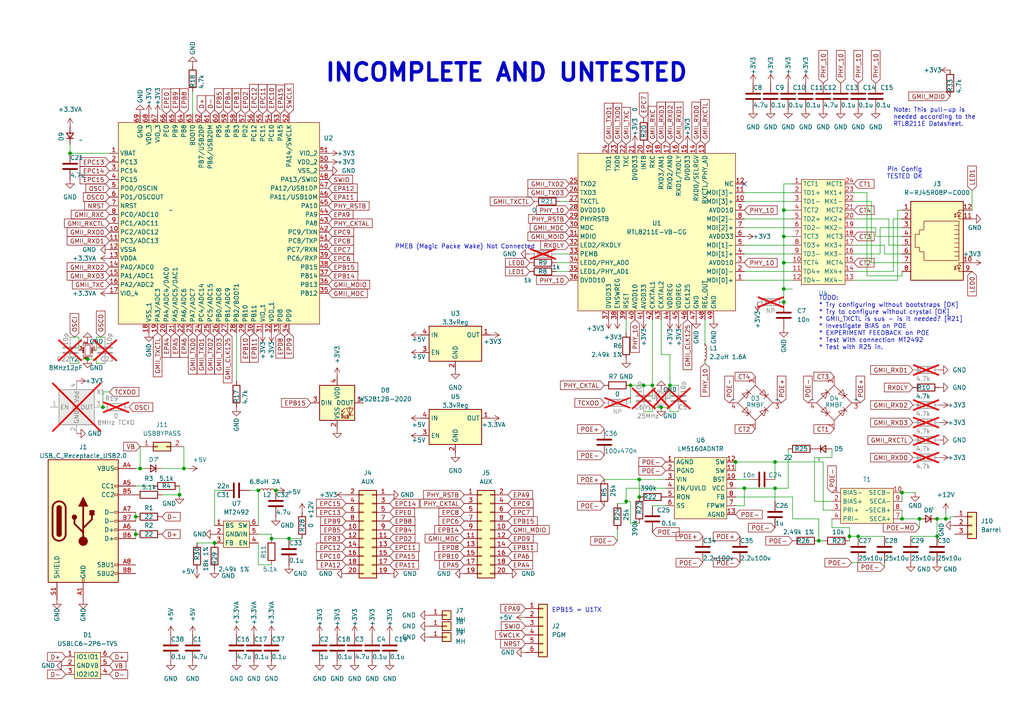
<source format=kicad_sch>
(kicad_sch (version 20231120) (generator "eeschema") (generator_version "8.0")
  (paper "A4")
  (junction (at 224.79 133.985))
  (junction (at 80.01 142.24))
  (junction (at 271.78 155.575))
  (junction (at 20.32 44.45))
  (junction (at 39.37 149.86))
  (junction (at 227.33 76.2))
  (junction (at 181.61 145.415))
  (junction (at 185.42 144.145))
  (junction (at 186.69 111.76))
  (junction (at 227.33 68.58))
  (junction (at 227.33 83.82))
  (junction (at 261.62 150.495))
  (junction (at 39.37 154.94))
  (junction (at 194.31 111.76))
  (junction (at 237.49 156.845))
  (junction (at 74.93 142.24))
  (junction (at 53.34 135.89))
  (junction (at 271.78 150.495))
  (junction (at 83.82 156.21))
  (junction (at 261.62 142.875))
  (junction (at 29.845 118.11))
  (junction (at 191.77 118.11))
  (junction (at 78.74 156.21))
  (junction (at 52.07 143.51))
  (junction (at 189.23 111.76))
  (junction (at 182.88 111.76))
  (junction (at 215.9 141.605))
  (junction (at 62.23 157.48))
  (junction (at 246.38 155.575))
  (junction (at 40.64 135.89))
  (junction (at 227.33 87.63))
  (junction (at 224.79 141.605))
  (junction (at 25.4 104.14))
  (junction (at 274.32 150.495))
  (junction (at 266.7 150.495))
  (junction (at 227.33 60.96))
  (junction (at 213.36 133.985))
  (junction (at 185.42 139.065))
  (junction (at 248.92 155.575))
  (no_connect (at 215.9 53.34))
  (wire (pts (xy 236.22 132.715) (xy 241.3 132.715)))
  (wire (pts (xy 204.47 92.71) (xy 204.47 99.695)))
  (wire (pts (xy 185.42 151.765) (xy 182.88 151.765)))
  (wire (pts (xy 248.92 155.575) (xy 256.54 155.575)))
  (wire (pts (xy 22.86 97.79) (xy 20.32 97.79)))
  (wire (pts (xy 261.62 76.2) (xy 252.73 76.2)))
  (wire (pts (xy 228.6 141.605) (xy 228.6 130.175)))
  (wire (pts (xy 215.9 141.605) (xy 224.79 141.605)))
  (wire (pts (xy 215.9 78.74) (xy 229.87 78.74)))
  (wire (pts (xy 181.61 141.605) (xy 181.61 145.415)))
  (wire (pts (xy 260.35 60.96) (xy 261.62 60.96)))
  (wire (pts (xy 41.91 135.89) (xy 40.64 135.89)))
  (wire (pts (xy 227.33 83.82) (xy 227.33 76.2)))
  (wire (pts (xy 251.46 80.01) (xy 261.62 80.01)))
  (wire (pts (xy 182.88 151.765) (xy 182.88 145.415)))
  (wire (pts (xy 227.33 68.58) (xy 227.33 60.96)))
  (wire (pts (xy 191.77 118.11) (xy 189.23 118.11)))
  (wire (pts (xy 62.23 142.24) (xy 62.23 152.4)))
  (wire (pts (xy 255.27 73.66) (xy 247.65 73.66)))
  (wire (pts (xy 39.37 149.86) (xy 39.37 151.13)))
  (wire (pts (xy 227.33 76.2) (xy 229.87 76.2)))
  (wire (pts (xy 189.23 146.685) (xy 193.04 146.685)))
  (wire (pts (xy 189.23 111.76) (xy 186.69 111.76)))
  (wire (pts (xy 39.37 154.94) (xy 39.37 156.21)))
  (wire (pts (xy 215.9 66.04) (xy 229.87 66.04)))
  (wire (pts (xy 53.34 129.54) (xy 53.34 135.89)))
  (wire (pts (xy 247.65 71.12) (xy 256.54 71.12)))
  (wire (pts (xy 181.61 146.05) (xy 181.61 145.415)))
  (wire (pts (xy 264.16 155.575) (xy 271.78 155.575)))
  (wire (pts (xy 271.78 150.495) (xy 271.78 155.575)))
  (wire (pts (xy 189.23 92.71) (xy 189.23 111.76)))
  (wire (pts (xy 261.62 80.01) (xy 261.62 78.74)))
  (wire (pts (xy 236.22 145.415) (xy 236.22 132.715)))
  (wire (pts (xy 185.42 139.065) (xy 193.04 139.065)))
  (wire (pts (xy 215.9 141.605) (xy 215.9 146.685)))
  (wire (pts (xy 229.87 150.495) (xy 229.87 144.145)))
  (wire (pts (xy 252.73 76.2) (xy 252.73 58.42)))
  (wire (pts (xy 224.79 141.605) (xy 224.79 145.415)))
  (wire (pts (xy 196.85 111.76) (xy 194.31 111.76)))
  (wire (pts (xy 213.36 133.985) (xy 213.36 136.525)))
  (wire (pts (xy 261.62 142.875) (xy 261.62 145.415)))
  (wire (pts (xy 241.3 153.035) (xy 246.38 153.035)))
  (wire (pts (xy 215.9 63.5) (xy 229.87 63.5)))
  (wire (pts (xy 161.29 78.74) (xy 165.1 78.74)))
  (wire (pts (xy 215.9 58.42) (xy 229.87 58.42)))
  (wire (pts (xy 237.49 156.845) (xy 238.76 156.845)))
  (wire (pts (xy 259.08 78.74) (xy 247.65 78.74)))
  (wire (pts (xy 257.81 71.12) (xy 257.81 63.5)))
  (wire (pts (xy 261.62 66.04) (xy 255.27 66.04)))
  (wire (pts (xy 185.42 139.065) (xy 185.42 144.145)))
  (wire (pts (xy 266.7 150.495) (xy 266.7 153.035)))
  (wire (pts (xy 40.64 135.89) (xy 39.37 135.89)))
  (wire (pts (xy 213.36 141.605) (xy 215.9 141.605)))
  (wire (pts (xy 238.76 133.985) (xy 238.76 147.955)))
  (wire (pts (xy 52.07 140.97) (xy 52.07 143.51)))
  (wire (pts (xy 46.99 143.51) (xy 52.07 143.51)))
  (wire (pts (xy 20.32 41.91) (xy 20.32 44.45)))
  (wire (pts (xy 194.31 118.11) (xy 194.31 119.38)))
  (wire (pts (xy 255.27 66.04) (xy 255.27 73.66)))
  (wire (pts (xy 246.38 153.035) (xy 246.38 155.575)))
  (wire (pts (xy 246.38 155.575) (xy 248.92 155.575)))
  (wire (pts (xy 274.32 150.495) (xy 275.59 150.495)))
  (wire (pts (xy 238.76 147.955) (xy 241.3 147.955)))
  (wire (pts (xy 25.4 104.14) (xy 22.86 104.14)))
  (wire (pts (xy 271.78 150.495) (xy 274.32 150.495)))
  (wire (pts (xy 215.9 81.28) (xy 229.87 81.28)))
  (wire (pts (xy 246.38 155.575) (xy 246.38 156.845)))
  (wire (pts (xy 227.33 60.96) (xy 229.87 60.96)))
  (wire (pts (xy 213.36 139.065) (xy 217.17 139.065)))
  (wire (pts (xy 241.3 145.415) (xy 236.22 145.415)))
  (wire (pts (xy 175.26 139.065) (xy 185.42 139.065)))
  (wire (pts (xy 259.08 63.5) (xy 259.08 78.74)))
  (wire (pts (xy 181.61 92.71) (xy 181.61 96.52)))
  (wire (pts (xy 78.74 154.94) (xy 74.93 154.94)))
  (wire (pts (xy 261.62 150.495) (xy 266.7 150.495)))
  (wire (pts (xy 189.23 119.38) (xy 186.69 119.38)))
  (wire (pts (xy 54.61 135.89) (xy 53.34 135.89)))
  (wire (pts (xy 74.93 142.24) (xy 72.39 142.24)))
  (wire (pts (xy 237.49 150.495) (xy 229.87 150.495)))
  (wire (pts (xy 256.54 164.465) (xy 256.54 163.195)))
  (wire (pts (xy 27.94 97.79) (xy 27.94 101.6)))
  (wire (pts (xy 44.45 140.97) (xy 39.37 140.97)))
  (wire (pts (xy 237.49 156.845) (xy 237.49 150.495)))
  (wire (pts (xy 261.62 147.955) (xy 261.62 150.495)))
  (wire (pts (xy 252.73 58.42) (xy 247.65 58.42)))
  (wire (pts (xy 57.15 157.48) (xy 62.23 157.48)))
  (wire (pts (xy 182.88 145.415) (xy 181.61 145.415)))
  (wire (pts (xy 227.33 83.82) (xy 227.33 87.63)))
  (wire (pts (xy 227.33 53.34) (xy 227.33 60.96)))
  (wire (pts (xy 281.94 55.245) (xy 281.94 60.96)))
  (wire (pts (xy 181.61 141.605) (xy 193.04 141.605)))
  (wire (pts (xy 191.77 92.71) (xy 191.77 102.87)))
  (wire (pts (xy 191.77 102.87) (xy 194.31 102.87)))
  (wire (pts (xy 254 66.04) (xy 254 68.58)))
  (wire (pts (xy 251.46 55.88) (xy 251.46 80.01)))
  (wire (pts (xy 247.65 81.28) (xy 260.35 81.28)))
  (wire (pts (xy 275.59 149.86) (xy 276.86 149.86)))
  (wire (pts (xy 78.74 156.21) (xy 78.74 154.94)))
  (wire (pts (xy 274.32 148.59) (xy 274.32 150.495)))
  (wire (pts (xy 189.23 111.76) (xy 189.23 115.57)))
  (wire (pts (xy 227.33 76.2) (xy 227.33 68.58)))
  (wire (pts (xy 224.79 141.605) (xy 228.6 141.605)))
  (wire (pts (xy 30.48 97.79) (xy 27.94 97.79)))
  (wire (pts (xy 39.37 153.67) (xy 39.37 154.94)))
  (wire (pts (xy 181.61 146.05) (xy 179.07 146.05)))
  (wire (pts (xy 20.32 44.45) (xy 31.75 44.45)))
  (wire (pts (xy 224.79 133.985) (xy 238.76 133.985)))
  (wire (pts (xy 213.36 146.685) (xy 215.9 146.685)))
  (wire (pts (xy 215.9 71.12) (xy 229.87 71.12)))
  (wire (pts (xy 55.88 26.67) (xy 55.88 33.02)))
  (wire (pts (xy 161.29 73.66) (xy 165.1 73.66)))
  (wire (pts (xy 213.36 133.985) (xy 224.79 133.985)))
  (wire (pts (xy 31.75 113.665) (xy 29.845 113.665)))
  (wire (pts (xy 247.65 66.04) (xy 254 66.04)))
  (wire (pts (xy 46.99 135.89) (xy 53.34 135.89)))
  (wire (pts (xy 179.07 156.845) (xy 179.07 153.67)))
  (wire (pts (xy 241.3 150.495) (xy 241.3 153.035)))
  (wire (pts (xy 241.3 132.715) (xy 241.3 130.175)))
  (wire (pts (xy 194.31 102.87) (xy 194.31 111.76)))
  (wire (pts (xy 22.86 97.79) (xy 22.86 101.6)))
  (wire (pts (xy 256.54 71.12) (xy 256.54 73.66)))
  (wire (pts (xy 257.81 63.5) (xy 247.65 63.5)))
  (wire (pts (xy 27.94 105.41) (xy 30.48 105.41)))
  (wire (pts (xy 189.23 118.11) (xy 189.23 119.38)))
  (wire (pts (xy 40.64 129.54) (xy 40.64 135.89)))
  (wire (pts (xy 254 68.58) (xy 261.62 68.58)))
  (wire (pts (xy 204.47 105.41) (xy 204.47 104.775)))
  (wire (pts (xy 27.94 104.14) (xy 27.94 105.41)))
  (wire (pts (xy 22.86 104.14) (xy 22.86 105.41)))
  (wire (pts (xy 229.87 83.82) (xy 227.33 83.82)))
  (wire (pts (xy 260.35 81.28) (xy 260.35 60.96)))
  (wire (pts (xy 64.77 142.24) (xy 62.23 142.24)))
  (wire (pts (xy 275.59 149.86) (xy 275.59 150.495)))
  (wire (pts (xy 191.77 118.11) (xy 194.31 118.11)))
  (wire (pts (xy 261.62 71.12) (xy 257.81 71.12)))
  (wire (pts (xy 74.93 152.4) (xy 74.93 142.24)))
  (wire (pts (xy 194.31 111.76) (xy 194.31 115.57)))
  (wire (pts (xy 78.74 156.21) (xy 83.82 156.21)))
  (wire (pts (xy 161.29 76.2) (xy 165.1 76.2)))
  (wire (pts (xy 261.62 142.875) (xy 265.43 142.875)))
  (wire (pts (xy 227.33 68.58) (xy 229.87 68.58)))
  (wire (pts (xy 162.56 58.42) (xy 165.1 58.42)))
  (wire (pts (xy 256.54 73.66) (xy 261.62 73.66)))
  (wire (pts (xy 261.62 63.5) (xy 259.08 63.5)))
  (wire (pts (xy 194.31 119.38) (xy 196.85 119.38)))
  (wire (pts (xy 29.845 113.665) (xy 29.845 118.11)))
  (wire (pts (xy 68.58 96.52) (xy 68.58 110.49)))
  (wire (pts (xy 87.63 156.21) (xy 83.82 156.21)))
  (wire (pts (xy 247.65 55.88) (xy 251.46 55.88)))
  (wire (pts (xy 215.9 73.66) (xy 229.87 73.66)))
  (wire (pts (xy 213.36 144.145) (xy 229.87 144.145)))
  (wire (pts (xy 182.88 111.76) (xy 182.88 116.84)))
  (wire (pts (xy 74.93 163.83) (xy 74.93 157.48)))
  (wire (pts (xy 78.74 163.83) (xy 74.93 163.83)))
  (wire (pts (xy 22.86 105.41) (xy 20.32 105.41)))
  (wire (pts (xy 224.79 133.985) (xy 224.79 139.065)))
  (wire (pts (xy 215.9 55.88) (xy 229.87 55.88)))
  (wire (pts (xy 182.88 111.76) (xy 186.69 111.76)))
  (wire (pts (xy 247.015 163.195) (xy 248.92 163.195)))
  (wire (pts (xy 229.87 53.34) (xy 227.33 53.34)))
  (wire (pts (xy 39.37 148.59) (xy 39.37 149.86)))
  (wire (pts (xy 25.4 104.14) (xy 27.94 104.14)))
  (text "PMEB (Magic Packe Wake) Not Connected" (at 134.874 71.628 0) (effects (font (size 1.27 1.27))))
  (text "EPB15 = U1TX" (at 160.02 177.8 0) (effects (font (size 1.27 1.27)) (justify left bottom)))
  (text "TODO:\n* Try configuring without bootstraps [OK]\n* Try to configure without crystal [OK]\n* GMII_TXCTL is sus - is it needed? [R21]\n* Investigate BIAS on POE\n* EXPERIMENT FEEDBACK on POE\n* Test With connection MT2492\n* Test with R25 in." (at 237.49 101.6 0) (effects (font (size 1.27 1.27)) (justify left bottom)))
  (text "Note: This pull-up is\nneeded according to the\nRTL8211E Datasheet." (at 259.08 36.83 0) (effects (font (size 1.27 1.27)) (justify left bottom)))
  (text "Pin Config\nTESTED OK" (at 262.382 50.292 0) (effects (font (size 1.27 1.27))))
  (text "INCOMPLETE AND UNTESTED" (at 93.98 24.13 0) (effects (font (size 5 5) (thickness 1) (bold yes)) (justify left bottom)))
  (global_label "PHY_RSTB" (shape input) (at 95.25 59.69 0) (property "Intersheetrefs" "${INTERSHEET_REFS}" (effects (hide yes))))
  (global_label "EPC14" (shape input) (at 31.75 49.53 180) (property "Intersheetrefs" "${INTERSHEET_REFS}" (effects (hide yes))))
  (global_label "EPB11" (shape input) (at 73.66 96.52 270) (property "Intersheetrefs" "${INTERSHEET_REFS}" (effects (hide yes))))
  (global_label "EPB8" (shape input) (at 113.03 151.13 0) (property "Intersheetrefs" "${INTERSHEET_REFS}" (effects (hide yes))))
  (global_label "NRST" (shape input) (at 31.75 59.69 180) (property "Intersheetrefs" "${INTERSHEET_REFS}" (effects (hide yes))))
  (global_label "GMII_RXD0" (shape input) (at 31.75 67.31 180) (property "Intersheetrefs" "${INTERSHEET_REFS}" (effects (hide yes))))
  (global_label "PHY_CKTAL" (shape input) (at 95.25 64.77 0) (property "Intersheetrefs" "${INTERSHEET_REFS}" (effects (hide yes))))
  (global_label "EPC7" (shape input) (at 147.32 148.59 0) (property "Intersheetrefs" "${INTERSHEET_REFS}" (effects (hide yes))))
  (global_label "EPD9" (shape input) (at 147.32 156.21 0) (property "Intersheetrefs" "${INTERSHEET_REFS}" (effects (hide yes))))
  (global_label "PHY_10" (shape input) (at 215.9 60.96 0) (property "Intersheetrefs" "${INTERSHEET_REFS}" (effects (hide yes))))
  (global_label "POE+" (shape input) (at 214.63 155.575 180) (property "Intersheetrefs" "${INTERSHEET_REFS}" (effects (hide yes))))
  (global_label "EPC14" (shape input) (at 113.03 146.05 0) (property "Intersheetrefs" "${INTERSHEET_REFS}" (effects (hide yes))))
  (global_label "EPA5" (shape input) (at 134.62 163.83 180) (property "Intersheetrefs" "${INTERSHEET_REFS}" (effects (hide yes))))
  (global_label "CT1" (shape input) (at 241.935 124.46 180) (property "Intersheetrefs" "${INTERSHEET_REFS}" (effects (hide yes))))
  (global_label "GMII_MDC" (shape input) (at 165.1 66.04 180) (property "Intersheetrefs" "${INTERSHEET_REFS}" (effects (hide yes))))
  (global_label "PHY_10" (shape input) (at 165.1 60.96 180) (property "Intersheetrefs" "${INTERSHEET_REFS}" (effects (hide yes))))
  (global_label "POE-" (shape input) (at 229.87 156.845 180) (property "Intersheetrefs" "${INTERSHEET_REFS}" (effects (hide yes))))
  (global_label "GMII_RXD3" (shape input) (at 31.75 80.01 180) (property "Intersheetrefs" "${INTERSHEET_REFS}" (effects (hide yes))))
  (global_label "EPC11" (shape input) (at 113.03 158.75 0) (property "Intersheetrefs" "${INTERSHEET_REFS}" (effects (hide yes))))
  (global_label "D-" (shape input) (at 60.96 33.02 90) (property "Intersheetrefs" "${INTERSHEET_REFS}" (effects (hide yes))))
  (global_label "POE-" (shape input) (at 214.63 163.195 180) (property "Intersheetrefs" "${INTERSHEET_REFS}" (effects (hide yes))))
  (global_label "GMII_TXD2" (shape input) (at 60.96 96.52 270) (property "Intersheetrefs" "${INTERSHEET_REFS}" (effects (hide yes))))
  (global_label "EPC8" (shape input) (at 134.62 148.59 180) (property "Intersheetrefs" "${INTERSHEET_REFS}" (effects (hide yes))))
  (global_label "EPA6" (shape input) (at 147.32 161.29 0) (property "Intersheetrefs" "${INTERSHEET_REFS}" (effects (hide yes))))
  (global_label "EPC9" (shape input) (at 147.32 146.05 0) (property "Intersheetrefs" "${INTERSHEET_REFS}" (effects (hide yes))))
  (global_label "SWIO" (shape input) (at 95.25 52.07 0) (property "Intersheetrefs" "${INTERSHEET_REFS}" (effects (hide yes))))
  (global_label "GMII_MDIO" (shape input) (at 147.32 153.67 0) (property "Intersheetrefs" "${INTERSHEET_REFS}" (effects (hide yes))))
  (global_label "EPD9" (shape input) (at 83.82 96.52 270) (property "Intersheetrefs" "${INTERSHEET_REFS}" (effects (hide yes))))
  (global_label "GMII_TXD0" (shape input) (at 179.07 41.91 90) (property "Intersheetrefs" "${INTERSHEET_REFS}" (effects (hide yes))))
  (global_label "RXDLY" (shape input) (at 264.795 112.395 180) (property "Intersheetrefs" "${INTERSHEET_REFS}" (effects (hide yes))))
  (global_label "POE-MO" (shape input) (at 266.7 153.035 180) (property "Intersheetrefs" "${INTERSHEET_REFS}" (effects (hide yes))))
  (global_label "GMII_RXCTL" (shape input) (at 264.795 127.635 180) (property "Intersheetrefs" "${INTERSHEET_REFS}" (effects (hide yes))))
  (global_label "CT2" (shape input) (at 247.65 76.2 0) (property "Intersheetrefs" "${INTERSHEET_REFS}" (effects (hide yes))))
  (global_label "GMII_TXC" (shape input) (at 181.61 41.91 90) (property "Intersheetrefs" "${INTERSHEET_REFS}" (effects (hide yes))))
  (global_label "EPB3" (shape input) (at 100.33 156.21 180) (property "Intersheetrefs" "${INTERSHEET_REFS}" (effects (hide yes))))
  (global_label "SWCLK" (shape input) (at 152.4 184.15 180) (property "Intersheetrefs" "${INTERSHEET_REFS}" (effects (hide yes))))
  (global_label "EPB9" (shape input) (at 100.33 151.13 180) (property "Intersheetrefs" "${INTERSHEET_REFS}" (effects (hide yes))))
  (global_label "EPA9" (shape input) (at 147.32 143.51 0) (property "Intersheetrefs" "${INTERSHEET_REFS}" (effects (hide yes))))
  (global_label "EPB4" (shape input) (at 113.03 153.67 0) (property "Intersheetrefs" "${INTERSHEET_REFS}" (effects (hide yes))))
  (global_label "PHY_CKTAL" (shape input) (at 175.26 111.76 180) (property "Intersheetrefs" "${INTERSHEET_REFS}" (effects (hide yes))))
  (global_label "GMII_TXD3" (shape input) (at 165.1 55.88 180) (property "Intersheetrefs" "${INTERSHEET_REFS}" (effects (hide yes))))
  (global_label "EPD8" (shape input) (at 134.62 158.75 180) (property "Intersheetrefs" "${INTERSHEET_REFS}" (effects (hide yes))))
  (global_label "EPA15" (shape input) (at 113.03 161.29 0) (property "Intersheetrefs" "${INTERSHEET_REFS}" (effects (hide yes))))
  (global_label "POE-" (shape input) (at 193.04 136.525 180) (property "Intersheetrefs" "${INTERSHEET_REFS}" (effects (hide yes))))
  (global_label "EPB9" (shape input) (at 50.8 33.02 90) (property "Intersheetrefs" "${INTERSHEET_REFS}" (effects (hide yes))))
  (global_label "EPA9" (shape input) (at 152.4 176.53 180) (property "Intersheetrefs" "${INTERSHEET_REFS}" (effects (hide yes))))
  (global_label "EPB5" (shape input) (at 63.5 33.02 90) (property "Intersheetrefs" "${INTERSHEET_REFS}" (effects (hide yes))))
  (global_label "EPB4" (shape input) (at 66.04 33.02 90) (property "Intersheetrefs" "${INTERSHEET_REFS}" (effects (hide yes))))
  (global_label "SWCLK" (shape input) (at 83.82 33.02 90) (property "Intersheetrefs" "${INTERSHEET_REFS}" (effects (hide yes))))
  (global_label "EPB14" (shape input) (at 95.25 80.01 0) (property "Intersheetrefs" "${INTERSHEET_REFS}" (effects (hide yes))))
  (global_label "D+" (shape input) (at 46.99 154.94 0) (property "Intersheetrefs" "${INTERSHEET_REFS}" (effects (hide yes))))
  (global_label "NRST" (shape input) (at 152.4 186.69 180) (property "Intersheetrefs" "${INTERSHEET_REFS}" (effects (hide yes))))
  (global_label "D-" (shape input) (at 46.99 149.86 0) (property "Intersheetrefs" "${INTERSHEET_REFS}" (effects (hide yes))))
  (global_label "CT3" (shape input) (at 247.65 68.58 0) (property "Intersheetrefs" "${INTERSHEET_REFS}" (effects (hide yes))))
  (global_label "EPA5" (shape input) (at 50.8 96.52 270) (property "Intersheetrefs" "${INTERSHEET_REFS}" (effects (hide yes))))
  (global_label "EPB15" (shape input) (at 147.32 151.13 0) (property "Intersheetrefs" "${INTERSHEET_REFS}" (effects (hide yes))))
  (global_label "EPB11" (shape input) (at 147.32 158.75 0) (property "Intersheetrefs" "${INTERSHEET_REFS}" (effects (hide yes))))
  (global_label "PHY_10" (shape input) (at 215.9 76.2 0) (property "Intersheetrefs" "${INTERSHEET_REFS}" (effects (hide yes))))
  (global_label "EPC15" (shape input) (at 31.75 52.07 180) (property "Intersheetrefs" "${INTERSHEET_REFS}" (effects (hide yes))))
  (global_label "EPB14" (shape input) (at 134.62 153.67 180) (property "Intersheetrefs" "${INTERSHEET_REFS}" (effects (hide yes))))
  (global_label "EPC12" (shape input) (at 73.66 33.02 90) (property "Intersheetrefs" "${INTERSHEET_REFS}" (effects (hide yes))))
  (global_label "EPB5" (shape input) (at 100.33 153.67 180) (property "Intersheetrefs" "${INTERSHEET_REFS}" (effects (hide yes))))
  (global_label "POE-" (shape input) (at 189.23 154.305 0) (property "Intersheetrefs" "${INTERSHEET_REFS}" (effects (hide yes))))
  (global_label "POE-" (shape input) (at 193.04 133.985 180) (property "Intersheetrefs" "${INTERSHEET_REFS}" (effects (hide yes))))
  (global_label "OSCI" (shape input) (at 21.59 97.79 90) (property "Intersheetrefs" "${INTERSHEET_REFS}" (effects (hide yes))))
  (global_label "POE-" (shape input) (at 256.54 164.465 180) (property "Intersheetrefs" "${INTERSHEET_REFS}" (effects (hide yes))))
  (global_label "SWIO" (shape input) (at 152.4 181.61 180) (property "Intersheetrefs" "${INTERSHEET_REFS}" (effects (hide yes))))
  (global_label "TCXOO" (shape input) (at 175.26 116.84 180) (property "Intersheetrefs" "${INTERSHEET_REFS}" (effects (hide yes))))
  (global_label "GMII_MDIO" (shape input) (at 95.25 82.55 0) (property "Intersheetrefs" "${INTERSHEET_REFS}" (effects (hide yes))))
  (global_label "GMII_MDIO" (shape input) (at 275.59 27.94 180) (property "Intersheetrefs" "${INTERSHEET_REFS}" (effects (hide yes))))
  (global_label "CT3" (shape input) (at 241.935 109.22 180) (property "Intersheetrefs" "${INTERSHEET_REFS}" (effects (hide yes))))
  (global_label "GMII_MDC" (shape input) (at 134.62 156.21 180) (property "Intersheetrefs" "${INTERSHEET_REFS}" (effects (hide yes))))
  (global_label "GMII_TXD2" (shape input) (at 165.1 53.34 180) (property "Intersheetrefs" "${INTERSHEET_REFS}" (effects (hide yes))))
  (global_label "GMII_CLK125" (shape input) (at 66.04 96.52 270) (property "Intersheetrefs" "${INTERSHEET_REFS}" (effects (hide yes))))
  (global_label "POE+" (shape input) (at 203.835 155.575 180) (property "Intersheetrefs" "${INTERSHEET_REFS}" (effects (hide yes))))
  (global_label "POE-" (shape input) (at 234.315 116.84 90) (property "Intersheetrefs" "${INTERSHEET_REFS}" (effects (hide yes))))
  (global_label "EPA4" (shape input) (at 147.32 163.83 0) (property "Intersheetrefs" "${INTERSHEET_REFS}" (effects (hide yes))))
  (global_label "D+" (shape input) (at 58.42 33.02 90) (property "Intersheetrefs" "${INTERSHEET_REFS}" (effects (hide yes))))
  (global_label "POE-" (shape input) (at 175.26 132.08 180) (property "Intersheetrefs" "${INTERSHEET_REFS}" (effects (hide yes))))
  (global_label "EPC10" (shape input) (at 100.33 161.29 180) (property "Intersheetrefs" "${INTERSHEET_REFS}" (effects (hide yes))))
  (global_label "EPB10" (shape input) (at 134.62 161.29 180) (property "Intersheetrefs" "${INTERSHEET_REFS}" (effects (hide yes))))
  (global_label "LED0" (shape input) (at 281.94 78.74 270) (property "Intersheetrefs" "${INTERSHEET_REFS}" (effects (hide yes))))
  (global_label "OSCI" (shape input) (at 37.465 118.11 0) (property "Intersheetrefs" "${INTERSHEET_REFS}" (effects (hide yes))))
  (global_label "EPC12" (shape input) (at 100.33 158.75 180) (property "Intersheetrefs" "${INTERSHEET_REFS}" (effects (hide yes))))
  (global_label "GMII_TXC" (shape input) (at 31.75 82.55 180) (property "Intersheetrefs" "${INTERSHEET_REFS}" (effects (hide yes))))
  (global_label "GMII_RXD1" (shape input) (at 264.795 107.315 180) (property "Intersheetrefs" "${INTERSHEET_REFS}" (effects (hide yes))))
  (global_label "PHY_CKTAL" (shape input) (at 134.62 146.05 180) (property "Intersheetrefs" "${INTERSHEET_REFS}" (effects (hide yes))))
  (global_label "GMII_RXC" (shape input) (at 189.23 41.91 90) (property "Intersheetrefs" "${INTERSHEET_REFS}" (effects (hide yes))))
  (global_label "EPD2" (shape input) (at 71.12 33.02 90) (property "Intersheetrefs" "${INTERSHEET_REFS}" (effects (hide yes))))
  (global_label "EPC9" (shape input) (at 95.25 67.31 0) (property "Intersheetrefs" "${INTERSHEET_REFS}" (effects (hide yes))))
  (global_label "GMII_RXD2" (shape input) (at 264.795 117.475 180) (property "Intersheetrefs" "${INTERSHEET_REFS}" (effects (hide yes))))
  (global_label "EPA12" (shape input) (at 100.33 163.83 180) (property "Intersheetrefs" "${INTERSHEET_REFS}" (effects (hide yes))))
  (global_label "EPD8" (shape input) (at 81.28 96.52 270) (property "Intersheetrefs" "${INTERSHEET_REFS}" (effects (hide yes))))
  (global_label "D+" (shape input) (at 31.75 190.5 0) (property "Intersheetrefs" "${INTERSHEET_REFS}" (effects (hide yes))))
  (global_label "TCXOO" (shape input) (at 31.75 113.665 0) (property "Intersheetrefs" "${INTERSHEET_REFS}" (effects (hide yes))))
  (global_label "LED0" (shape input) (at 153.67 76.2 180) (property "Intersheetrefs" "${INTERSHEET_REFS}" (effects (hide yes))))
  (global_label "LED1" (shape input) (at 153.67 78.74 180) (property "Intersheetrefs" "${INTERSHEET_REFS}" (effects (hide yes))))
  (global_label "GMII_RXD0" (shape input) (at 264.795 132.715 180) (property "Intersheetrefs" "${INTERSHEET_REFS}" (effects (hide yes))))
  (global_label "GMII_MDIO" (shape input) (at 165.1 68.58 180) (property "Intersheetrefs" "${INTERSHEET_REFS}" (effects (hide yes))))
  (global_label "EPC7" (shape input) (at 95.25 72.39 0) (property "Intersheetrefs" "${INTERSHEET_REFS}" (effects (hide yes))))
  (global_label "EPB8" (shape input) (at 53.34 33.02 90) (property "Intersheetrefs" "${INTERSHEET_REFS}" (effects (hide yes))))
  (global_label "POE-" (shape input) (at 247.015 163.195 180) (property "Intersheetrefs" "${INTERSHEET_REFS}" (effects (hide yes))))
  (global_label "VB" (shape input) (at 40.64 129.54 180) (property "Intersheetrefs" "${INTERSHEET_REFS}" (effects (hide yes))))
  (global_label "EPC15" (shape input) (at 100.33 146.05 180) (property "Intersheetrefs" "${INTERSHEET_REFS}" (effects (hide yes))))
  (global_label "D-" (shape input) (at 19.05 195.58 180) (property "Intersheetrefs" "${INTERSHEET_REFS}" (effects (hide yes))))
  (global_label "EPB15" (shape input) (at 90.17 116.84 180) (property "Intersheetrefs" "${INTERSHEET_REFS}" (effects (hide yes))))
  (global_label "PHY_RSTB" (shape input) (at 134.62 143.51 180) (property "Intersheetrefs" "${INTERSHEET_REFS}" (effects (hide yes))))
  (global_label "PHY_10" (shape input) (at 243.84 24.13 90) (property "Intersheetrefs" "${INTERSHEET_REFS}" (effects (hide yes))))
  (global_label "GMII_TXD3" (shape input) (at 63.5 96.52 270) (property "Intersheetrefs" "${INTERSHEET_REFS}" (effects (hide yes))))
  (global_label "EPC7" (shape input) (at 186.69 34.29 90) (property "Intersheetrefs" "${INTERSHEET_REFS}" (effects (hide yes))))
  (global_label "PHY_10" (shape input) (at 248.92 24.13 90) (property "Intersheetrefs" "${INTERSHEET_REFS}" (effects (hide yes))))
  (global_label "GMII_RXD0" (shape input) (at 201.93 41.91 90) (property "Intersheetrefs" "${INTERSHEET_REFS}" (effects (hide yes))))
  (global_label "EPA15" (shape input) (at 81.28 33.02 90) (property "Intersheetrefs" "${INTERSHEET_REFS}" (effects (hide yes))))
  (global_label "EPA9" (shape input) (at 95.25 62.23 0) (property "Intersheetrefs" "${INTERSHEET_REFS}" (effects (hide yes))))
  (global_label "EPE0" (shape input) (at 113.03 148.59 0) (property "Intersheetrefs" "${INTERSHEET_REFS}" (effects (hide yes))))
  (global_label "POE+" (shape input) (at 226.695 116.84 90) (property "Intersheetrefs" "${INTERSHEET_REFS}" (effects (hide yes))))
  (global_label "EPC6" (shape input) (at 134.62 151.13 180) (property "Intersheetrefs" "${INTERSHEET_REFS}" (effects (hide yes))))
  (global_label "POE-" (shape input) (at 203.835 163.195 180) (property "Intersheetrefs" "${INTERSHEET_REFS}" (effects (hide yes))))
  (global_label "GMII_RXCTL" (shape input) (at 31.75 64.77 180) (property "Intersheetrefs" "${INTERSHEET_REFS}" (effects (hide yes))))
  (global_label "OSCO" (shape input) (at 29.21 97.79 90) (property "Intersheetrefs" "${INTERSHEET_REFS}" (effects (hide yes))))
  (global_label "EPC13" (shape input) (at 31.75 46.99 180) (property "Intersheetrefs" "${INTERSHEET_REFS}" (effects (hide yes))))
  (global_label "CT1" (shape input) (at 247.65 53.34 0) (property "Intersheetrefs" "${INTERSHEET_REFS}" (effects (hide yes))))
  (global_label "EPA6" (shape input) (at 53.34 96.52 270) (property "Intersheetrefs" "${INTERSHEET_REFS}" (effects (hide yes))))
  (global_label "GMII_TXD1" (shape input) (at 58.42 96.52 270) (property "Intersheetrefs" "${INTERSHEET_REFS}" (effects (hide yes))))
  (global_label "POE-" (shape input) (at 211.455 116.84 90) (property "Intersheetrefs" "${INTERSHEET_REFS}" (effects (hide yes))))
  (global_label "CT2" (shape input) (at 219.075 124.46 180) (property "Intersheetrefs" "${INTERSHEET_REFS}" (effects (hide yes))))
  (global_label "EPC6" (shape input) (at 95.25 74.93 0) (property "Intersheetrefs" "${INTERSHEET_REFS}" (effects (hide yes))))
  (global_label "EPB3" (shape input) (at 68.58 33.02 90) (property "Intersheetrefs" "${INTERSHEET_REFS}" (effects (hide yes))))
  (global_label "CT4" (shape input) (at 247.65 60.96 0) (property "Intersheetrefs" "${INTERSHEET_REFS}" (effects (hide yes))))
  (global_label "GMII_TXCTL" (shape input) (at 154.94 58.42 180) (property "Intersheetrefs" "${INTERSHEET_REFS}" (effects (hide yes))))
  (global_label "POE-" (shape input) (at 224.79 153.035 180) (property "Intersheetrefs" "${INTERSHEET_REFS}" (effects (hide yes))))
  (global_label "POE+" (shape input) (at 175.26 139.065 180) (property "Intersheetrefs" "${INTERSHEET_REFS}" (effects (hide yes))))
  (global_label "EPC11" (shape input) (at 76.2 33.02 90) (property "Intersheetrefs" "${INTERSHEET_REFS}" (effects (hide yes))))
  (global_label "D+" (shape input) (at 19.05 190.5 180) (property "Intersheetrefs" "${INTERSHEET_REFS}" (effects (hide yes))))
  (global_label "PHY_10" (shape input) (at 238.76 24.13 90) (property "Intersheetrefs" "${INTERSHEET_REFS}" (effects (hide yes))))
  (global_label "D-" (shape input) (at 31.75 195.58 0) (property "Intersheetrefs" "${INTERSHEET_REFS}" (effects (hide yes))))
  (global_label "EPC10" (shape input) (at 78.74 33.02 90) (property "Intersheetrefs" "${INTERSHEET_REFS}" (effects (hide yes))))
  (global_label "GMII_RXD1" (shape input) (at 196.85 41.91 90) (property "Intersheetrefs" "${INTERSHEET_REFS}" (effects (hide yes))))
  (global_label "GMII_RXC" (shape input) (at 31.75 62.23 180) (property "Intersheetrefs" "${INTERSHEET_REFS}" (effects (hide yes))))
  (global_label "EPC13" (shape input) (at 100.33 148.59 180) (property "Intersheetrefs" "${INTERSHEET_REFS}" (effects (hide yes))))
  (global_label "GMII_RXD3" (shape input) (at 264.795 122.555 180) (property "Intersheetrefs" "${INTERSHEET_REFS}" (effects (hide yes))))
  (global_label "EPA11" (shape input) (at 113.03 163.83 0) (property "Intersheetrefs" "${INTERSHEET_REFS}" (effects (hide yes))))
  (global_label "POE-" (shape input) (at 179.07 156.845 180) (property "Intersheetrefs" "${INTERSHEET_REFS}" (effects (hide yes))))
  (global_label "EPE0" (shape input) (at 48.26 33.02 90) (property "Intersheetrefs" "${INTERSHEET_REFS}" (effects (hide yes))))
  (global_label "PHY_10" (shape input) (at 254 24.13 90) (property "Intersheetrefs" "${INTERSHEET_REFS}" (effects (hide yes))))
  (global_label "PHY_10" (shape input) (at 184.15 92.71 270) (property "Intersheetrefs" "${INTERSHEET_REFS}" (effects (hide yes))))
  (global_label "POE+" (shape input) (at 249.555 116.84 90) (property "Intersheetrefs" "${INTERSHEET_REFS}" (effects (hide yes))))
  (global_label "EPB15" (shape input) (at 95.25 77.47 0) (property "Intersheetrefs" "${INTERSHEET_REFS}" (effects (hide yes))))
  (global_label "EPA11" (shape input) (at 95.25 57.15 0) (property "Intersheetrefs" "${INTERSHEET_REFS}" (effects (hide yes))))
  (global_label "PHY_10" (shape input) (at 165.1 81.28 180) (property "Intersheetrefs" "${INTERSHEET_REFS}" (effects (hide yes))))
  (global_label "GMII_RXD3" (shape input) (at 191.77 41.91 90) (property "Intersheetrefs" "${INTERSHEET_REFS}" (effects (hide yes))))
  (global_label "GMII_MDC" (shape input) (at 95.25 85.09 0) (property "Intersheetrefs" "${INTERSHEET_REFS}" (effects (hide yes))))
  (global_label "EPA4" (shape input) (at 48.26 96.52 270) (property "Intersheetrefs" "${INTERSHEET_REFS}" (effects (hide yes))))
  (global_label "EPC8" (shape input) (at 95.25 69.85 0) (property "Intersheetrefs" "${INTERSHEET_REFS}" (effects (hide yes))))
  (global_label "EPA12" (shape input) (at 95.25 54.61 0) (property "Intersheetrefs" "${INTERSHEET_REFS}" (effects (hide yes))))
  (global_label "GMII_RXCTL" (shape input) (at 204.47 41.91 90) (property "Intersheetrefs" "${INTERSHEET_REFS}" (effects (hide yes))))
  (global_label "PHY_10" (shape input) (at 204.47 105.41 270) (property "Intersheetrefs" "${INTERSHEET_REFS}" (effects (hide yes))))
  (global_label "OSCO" (shape input) (at 31.75 57.15 180) (property "Intersheetrefs" "${INTERSHEET_REFS}" (effects (hide yes))))
  (global_label "EPD2" (shape input) (at 113.03 156.21 0) (property "Intersheetrefs" "${INTERSHEET_REFS}" (effects (hide yes))))
  (global_label "LED1" (shape input) (at 281.94 55.245 90) (property "Intersheetrefs" "${INTERSHEET_REFS}" (effects (hide yes))))
  (global_label "GMII_TXD0" (shape input) (at 55.88 96.52 270) (property "Intersheetrefs" "${INTERSHEET_REFS}" (effects (hide yes))))
  (global_label "GMII_RXD1" (shape input) (at 31.75 69.85 180) (property "Intersheetrefs" "${INTERSHEET_REFS}" (effects (hide yes))))
  (global_label "GMII_TXCTL" (shape input) (at 45.72 96.52 270) (property "Intersheetrefs" "${INTERSHEET_REFS}" (effects (hide yes))))
  (global_label "OSCI" (shape input) (at 31.75 54.61 180) (property "Intersheetrefs" "${INTERSHEET_REFS}" (effects (hide yes))))
  (global_label "GMII_TXD1" (shape input) (at 176.53 41.91 90) (property "Intersheetrefs" "${INTERSHEET_REFS}" (effects (hide yes))))
  (global_label "POE-" (shape input) (at 175.26 146.685 180) (property "Intersheetrefs" "${INTERSHEET_REFS}" (effects (hide yes))))
  (global_label "POE-" (shape input) (at 241.3 142.875 90) (property "Intersheetrefs" "${INTERSHEET_REFS}" (effects (hide yes))))
  (global_label "POE+" (shape input) (at 175.26 124.46 180) (property "Intersheetrefs" "${INTERSHEET_REFS}" (effects (hide yes))))
  (global_label "RXDLY" (shape input) (at 165.1 71.12 180) (property "Intersheetrefs" "${INTERSHEET_REFS}" (effects (hide yes))))
  (global_label "PHY_RSTB" (shape input) (at 165.1 63.5 180) (property "Intersheetrefs" "${INTERSHEET_REFS}" (effects (hide yes))))
  (global_label "EPB10" (shape input) (at 71.12 96.52 270) (property "Intersheetrefs" "${INTERSHEET_REFS}" (effects (hide yes))))
  (global_label "GMII_RXD2" (shape input) (at 194.31 41.91 90) (property "Intersheetrefs" "${INTERSHEET_REFS}" (effects (hide yes))))
  (global_label "CT4" (shape input) (at 219.075 109.22 180) (property "Intersheetrefs" "${INTERSHEET_REFS}" (effects (hide yes))))
  (global_label "GMII_RXD2" (shape input) (at 31.75 77.47 180) (property "Intersheetrefs" "${INTERSHEET_REFS}" (effects (hide yes))))
  (global_label "POE-" (shape input) (at 213.36 149.225 0) (property "Intersheetrefs" "${INTERSHEET_REFS}" (effects (hide yes))))
  (global_label "VB" (shape input) (at 31.75 193.04 0) (property "Intersheetrefs" "${INTERSHEET_REFS}" (effects (hide yes))))
  (global_label "GMII_CLK125" (shape input) (at 199.39 92.71 270) (property "Intersheetrefs" "${INTERSHEET_REFS}" (effects (hide yes))))
  (symbol (lib_id "power:GND") (at 20.32 52.07 0) (unit 1)
    (property "Reference" "#PWR084" (effects (hide yes)))
    (property "Value" "GND" (at 20.32 57.15 0))
  )
  (symbol (lib_id "power:+3.3VA") (at 142.24 121.285 270) (unit 1)
    (property "Reference" "#PWR059" (effects (hide yes)))
    (property "Value" "+3.3VA" (at 139.7 123.19 90) (effects (justify left)))
  )
  (symbol (lib_id "power:+3V3") (at 194.31 92.71 180) (unit 1)
    (property "Reference" "#PWR05" (effects (hide yes)))
    (property "Value" "+3V3" (at 194.31 97.79 90))
  )
  (symbol (lib_id "Device:R") (at 62.23 161.29 180) (unit 1)
    (property "Reference" "R29" (at 62.23 160.02 90) (effects (justify left)))
    (property "Value" "2.49k 1%" (at 72.39 165.1 0) (effects (justify left)))
    (property "Footprint" "Resistor_SMD:R_0402_1005Metric" (effects (hide yes)))
    (property "LCSC" "C145071" (effects (hide yes)))
  )
  (symbol (lib_id "power:+3V3") (at 45.72 33.02 0) (unit 1)
    (property "Reference" "#PWR072" (effects (hide yes)))
    (property "Value" "+3V3" (at 45.72 27.94 90))
  )
  (symbol (lib_id "power:GND") (at 102.87 191.77 0) (unit 1)
    (property "Reference" "#PWR016" (effects (hide yes)))
    (property "Value" "GND" (at 102.87 196.85 0))
  )
  (symbol (lib_id "Device:D_Small") (at 44.45 135.89 180) (unit 1)
    (property "Reference" "D7" (at 44.45 133.35 0))
    (property "Value" "~" (at 45.72 133.35 90) (effects (justify right)))
    (property "Footprint" "Diode_SMD:D_SOD-123F" (effects (hide yes)))
    (property "Sim.Device" "D" (effects (hide yes)))
    (property "Sim.Pins" "1=K 2=A" (effects (hide yes)))
    (property "LCSC" "C122863" (effects (hide yes)))
  )
  (symbol (lib_id "power:GND") (at 218.44 31.75 0) (unit 1)
    (property "Reference" "#PWR034" (effects (hide yes)))
    (property "Value" "GND" (at 218.44 36.83 0))
  )
  (symbol (lib_id "Connector_Generic:Conn_02x10_Odd_Even") (at 139.7 153.67 0) (unit 1)
    (property "Reference" "J5" (at 140.97 137.16 0))
    (property "Value" "AUX" (at 140.97 139.7 0))
    (property "Footprint" "Connector_PinHeader_2.54mm:PinHeader_2x10_P2.54mm_Vertical" (effects (hide yes)))
    (property "LCSC" "C706900" (effects (hide yes)))
  )
  (symbol (lib_id "power:GND") (at 152.4 189.23 270) (unit 1)
    (property "Reference" "#PWR025" (effects (hide yes)))
    (property "Value" "GND" (at 147.32 189.23 90))
  )
  (symbol (lib_id "power:+3.3VA") (at 31.75 85.09 90) (unit 1)
    (property "Reference" "#PWR067" (effects (hide yes)))
    (property "Value" "+3.3VA" (at 27.94 85.09 90) (effects (justify left)))
  )
  (symbol (lib_id "power:GND") (at 78.74 191.77 0) (unit 1)
    (property "Reference" "#PWR0110" (effects (hide yes)))
    (property "Value" "GND" (at 78.74 196.85 0))
  )
  (symbol (lib_id "power:GND") (at 181.61 104.14 0) (unit 1)
    (property "Reference" "#PWR028" (effects (hide yes)))
    (property "Value" "GND" (at 181.61 109.22 0))
  )
  (symbol (lib_id "Device:R") (at 242.57 156.845 270) (unit 1)
    (property "Reference" "R27" (at 241.3 156.845 90) (effects (justify left)))
    (property "Value" "10k" (at 241.3 154.305 90) (effects (justify left)))
    (property "Footprint" "Resistor_SMD:R_0402_1005Metric" (effects (hide yes)))
    (property "LCSC" "C25744" (effects (hide yes)))
  )
  (symbol (lib_id "power:GND") (at 68.58 191.77 0) (unit 1)
    (property "Reference" "#PWR062" (effects (hide yes)))
    (property "Value" "GND" (at 68.58 196.85 0))
  )
  (symbol (lib_id "power:+3V3") (at 43.18 33.02 0) (unit 1)
    (property "Reference" "#PWR019" (effects (hide yes)))
    (property "Value" "+3V3" (at 43.18 27.94 90))
  )
  (symbol (lib_id "power:+3V3") (at 179.07 92.71 180) (unit 1)
    (property "Reference" "#PWR045" (effects (hide yes)))
    (property "Value" "+3V3" (at 177.8 97.79 0))
  )
  (symbol (lib_id "Device:C") (at 233.68 27.94 0) (unit 1)
    (property "Reference" "C11" (at 234.95 25.4 0) (effects (justify left)))
    (property "Value" "0.1u" (at 233.68 30.48 0) (effects (justify left)))
    (property "Footprint" "Capacitor_SMD:C_0402_1005Metric" (effects (hide yes)))
    (property "LCSC" "C1525" (effects (hide yes)))
  )
  (symbol (lib_id "power:GND") (at 40.64 33.02 180) (unit 1)
    (property "Reference" "#PWR020" (effects (hide yes)))
    (property "Value" "GND" (at 40.64 27.94 90))
  )
  (symbol (lib_id "power:+3V3") (at 102.87 184.15 0) (unit 1)
    (property "Reference" "#PWR013" (effects (hide yes)))
    (property "Value" "+3V3" (at 102.87 179.07 90))
  )
  (symbol (lib_id "power:+3V3") (at 78.74 96.52 180) (unit 1)
    (property "Reference" "#PWR069" (effects (hide yes)))
    (property "Value" "+3V3" (at 78.74 101.6 90))
  )
  (symbol (lib_id "power:+5V") (at 121.92 97.155 90) (unit 1)
    (property "Reference" "#PWR021" (effects (hide yes)))
    (property "Value" "+5V" (at 119.38 98.425 90) (effects (justify right)))
  )
  (symbol (lib_id "Device:C") (at 203.835 159.385 0) (unit 1)
    (property "Reference" "C34" (at 203.835 156.845 0) (effects (justify left)))
    (property "Value" "2.2u100v" (at 203.835 161.925 0) (effects (justify left)))
    (property "Footprint" "Capacitor_SMD:C_1206_3216Metric" (effects (hide yes)))
    (property "LCSC" "C920964" (effects (hide yes)))
  )
  (symbol (lib_id "Device:D_Small") (at 238.76 130.175 0) (unit 1)
    (property "Reference" "D5" (at 243.205 130.175 0))
    (property "Value" "~" (at 237.49 132.715 90) (effects (justify right)))
    (property "Footprint" "Diode_SMD:D_SOD-123" (effects (hide yes)))
    (property "Sim.Device" "D" (effects (hide yes)))
    (property "Sim.Pins" "1=K 2=A" (effects (hide yes)))
    (property "LCSC" "C2128" (effects (hide yes)))
  )
  (symbol (lib_id "power:+3V3") (at 272.415 117.475 270) (unit 1)
    (property "Reference" "#PWR052" (effects (hide yes)))
    (property "Value" "+3V3" (at 277.495 117.475 90))
  )
  (symbol (lib_id "Regulator_Linear:NCP115AMX120TCG") (at 132.08 123.825 0) (unit 1)
    (property "Reference" "U5" (at 132.08 115.0452 0))
    (property "Value" "3.3vReg" (at 132.08 117.5821 0))
    (property "Footprint" "cnhardware:xdfn-reg" (effects (hide yes)))
    (property "Datasheet" "https://www.onsemi.com/pub/Collateral/NCP115-D.PDF" (effects (hide yes)))
    (property "LCSC" "C81114" (effects (hide yes)))
  )
  (symbol (lib_id "Connector:USB_C_Receptacle_USB2.0") (at 24.13 151.13 0) (unit 1)
    (property "Reference" "J1" (at 24.13 129.6502 0))
    (property "Value" "USB_C_Receptacle_USB2.0" (at 24.13 132.1871 0))
    (property "Footprint" "Connector_USB:USB_C_Receptacle_HRO_TYPE-C-31-M-12" (effects (hide yes)))
    (property "Datasheet" "https://www.usb.org/sites/default/files/documents/usb_type-c.zip" (effects (hide yes)))
    (property "LCSC" "C709358" (effects (hide yes)))
  )
  (symbol (lib_id "Device:C") (at 271.78 159.385 0) (unit 1)
    (property "Reference" "C30" (at 271.78 156.845 0) (effects (justify left)))
    (property "Value" "25v10u" (at 271.78 161.925 0) (effects (justify left)))
    (property "Footprint" "Capacitor_SMD:C_0805_2012Metric" (effects (hide yes)))
    (property "LCSC" "C15850" (effects (hide yes)))
  )
  (symbol (lib_id "power:GND") (at 272.415 107.315 90) (unit 1)
    (property "Reference" "#PWR051" (effects (hide yes)))
    (property "Value" "GND" (at 276.225 107.315 90) (effects (justify right)))
  )
  (symbol (lib_id "Device:R") (at 158.75 58.42 90) (unit 1)
    (property "Reference" "R21" (at 158.75 58.42 90))
    (property "Value" "0" (at 154.94 60.96 90))
    (property "Footprint" "Resistor_SMD:R_0402_1005Metric" (effects (hide yes)))
    (property "LCSC" "C17168" (effects (hide yes)))
  )
  (symbol (lib_id "power:+5V") (at 57.15 165.1 180) (unit 1)
    (property "Reference" "#PWR0105" (effects (hide yes)))
    (property "Value" "+5V" (at 56.515 165.735 0) (effects (justify left)))
  )
  (symbol (lib_id "power:+5V") (at 55.88 184.15 0) (unit 1)
    (property "Reference" "#PWR011" (effects (hide yes)))
    (property "Value" "+5V" (at 55.88 180.34 90) (effects (justify left)))
  )
  (symbol (lib_id "Device:C") (at 214.63 159.385 0) (unit 1)
    (property "Reference" "C35" (at 214.63 156.845 0) (effects (justify left)))
    (property "Value" "2.2u100v" (at 214.63 161.925 0) (effects (justify left)))
    (property "Footprint" "Capacitor_SMD:C_1206_3216Metric" (effects (hide yes)))
    (property "LCSC" "C920964" (effects (hide yes)))
  )
  (symbol (lib_id "power:GND") (at 153.67 73.66 270) (unit 1)
    (property "Reference" "#PWR050" (effects (hide yes)))
    (property "Value" "GND" (at 149.86 73.6599 90) (effects (justify right)))
  )
  (symbol (lib_id "Device:Crystal_GND24_Small") (at 25.4 101.6 180) (unit 1)
    (property "Reference" "Y2" (at 21.59 104.14 0))
    (property "Value" "8MHz12pF" (at 19.05 106.68 0))
    (property "Footprint" "Crystal:Crystal_SMD_3225-4Pin_3.2x2.5mm" (effects (hide yes)))
    (property "LCSC" "C403948" (effects (hide yes)))
  )
  (symbol (lib_id "power:GND") (at 191.77 113.03 180) (unit 1)
    (property "Reference" "#PWR030" (effects (hide yes)))
    (property "Value" "GND" (at 194.31 113.03 0))
  )
  (symbol (lib_id "RTL8211E_GIGABIT:RTL8211E_GIGABIT") (at 190.5 67.31 180) (unit 1)
    (property "Reference" "U1" (at 190.5 64.77 0))
    (property "Value" "RTL8211E-VB-CG" (at 190.5 67.31 0))
    (property "Footprint" "Package_DFN_QFN:QFN-48-1EP_6x6mm_P0.4mm_EP4.3x4.3mm" (effects (hide yes)))
    (property "LCSC" "C90735" (effects (hide yes)))
  )
  (symbol (lib_id "Device:C") (at 248.92 27.94 0) (unit 1)
    (property "Reference" "C14" (at 250.19 25.4 0) (effects (justify left)))
    (property "Value" "0.1u" (at 248.92 30.48 0) (effects (justify left)))
    (property "Footprint" "Capacitor_SMD:C_0402_1005Metric" (effects (hide yes)))
    (property "LCSC" "C1525" (effects (hide yes)))
  )
  (symbol (lib_id "power:+3.3VA") (at 20.32 36.83 0) (unit 1)
    (property "Reference" "#PWR083" (effects (hide yes)))
    (property "Value" "+3.3VA" (at 20.32 31.75 0))
  )
  (symbol (lib_id "Device:L_Small") (at 204.47 102.235 0) (unit 1)
    (property "Reference" "L1" (at 205.74 100.965 0) (effects (justify left)))
    (property "Value" "2.2uH 1.6A" (at 205.74 103.505 0) (effects (justify left)))
    (property "Footprint" "Inductor_SMD:L_Taiyo-Yuden_MD-3030" (effects (hide yes)))
    (property "LCSC" "C19734" (effects (hide yes)))
  )
  (symbol (lib_id "power:+5V") (at 121.92 102.235 90) (unit 1)
    (property "Reference" "#PWR022" (effects (hide yes)))
    (property "Value" "+5V" (at 119.38 103.505 90) (effects (justify right)))
  )
  (symbol (lib_id "Device:R") (at 268.605 117.475 90) (unit 1) (in_bom no) (dnp yes)
    (property "Reference" "R13" (at 269.875 117.475 90) (effects (justify left)))
    (property "Value" "4.7k" (at 269.875 120.015 90) (effects (justify left)))
    (property "Footprint" "Resistor_SMD:R_0402_1005Metric" (effects (hide yes)))
    (property "LCSC" "C25900" (effects (hide yes)))
  )
  (symbol (lib_id "cnhardware:MT2492") (at 68.58 154.94 0) (unit 1)
    (property "Reference" "U7" (at 68.58 146.05 0))
    (property "Value" "MT2492" (at 68.58 148.59 0))
    (property "Footprint" "Package_TO_SOT_SMD:SOT-23-6" (effects (hide yes)))
    (property "LCSC" "C89358" (effects (hide yes)))
  )
  (symbol (lib_id "power:+3.3VA") (at 31.75 74.93 90) (unit 1)
    (property "Reference" "#PWR061" (effects (hide yes)))
    (property "Value" "+3.3VA" (at 27.94 74.93 90) (effects (justify left)))
  )
  (symbol (lib_id "Device:R") (at 179.07 111.76 90) (unit 1)
    (property "Reference" "R7" (at 177.8 109.22 90))
    (property "Value" "0" (at 179.07 114.3 90))
    (property "Footprint" "Resistor_SMD:R_0402_1005Metric" (effects (hide yes)))
    (property "LCSC" "C17168" (effects (hide yes)))
  )
  (symbol (lib_id "Device:D_Small") (at 20.32 39.37 90) (unit 1)
    (property "Reference" "D9" (at 17.78 39.624 0))
    (property "Value" "~" (at 22.86 40.64 90) (effects (justify right)))
    (property "Footprint" "Diode_SMD:D_SOD-123" (effects (hide yes)))
    (property "Sim.Device" "D" (effects (hide yes)))
    (property "Sim.Pins" "1=K 2=A" (effects (hide yes)))
    (property "LCSC" "C2128" (effects (hide yes)))
  )
  (symbol (lib_id "power:+3V3") (at 22.225 110.49 270) (unit 1)
    (property "Reference" "#PWR095" (effects (hide yes)))
    (property "Value" "+3V3" (at 27.305 110.49 90))
  )
  (symbol (lib_id "power:GND") (at 223.52 31.75 0) (unit 1)
    (property "Reference" "#PWR036" (effects (hide yes)))
    (property "Value" "GND" (at 223.52 36.83 0))
  )
  (symbol (lib_id "Device:R") (at 175.26 142.875 0) (mirror y) (unit 1)
    (property "Reference" "R5" (at 175.26 144.145 90) (effects (justify left)))
    (property "Value" "25k" (at 177.8 144.145 90) (effects (justify left)))
    (property "Footprint" "Resistor_SMD:R_0402_1005Metric" (effects (hide yes)))
    (property "LCSC" "C25874" (effects (hide yes)))
  )
  (symbol (lib_id "cnhardware:LM5160-BUCK-ADVANCED") (at 203.2 141.605 0) (unit 1)
    (property "Reference" "U6" (at 203.2 127.635 0))
    (property "Value" "LM5160ADNTR" (at 203.2 130.175 0))
    (property "Footprint" "Package_DFN_QFN:DFN-12-1EP_4x4mm_P0.5mm_EP2.66x3.38mm" (effects (hide yes)))
    (property "LCSC" "C473375" (effects (hide yes)))
  )
  (symbol (lib_id "power:GND") (at 80.01 149.86 0) (unit 1)
    (property "Reference" "#PWR0104" (effects (hide yes)))
    (property "Value" "GND" (at 81.28 152.4 0) (effects (justify left)))
  )
  (symbol (lib_id "power:GND") (at 68.58 118.11 0) (unit 1)
    (property "Reference" "#PWR076" (effects (hide yes)))
    (property "Value" "GND" (at 68.58 123.19 90))
  )
  (symbol (lib_id "Device:R") (at 179.07 116.84 90) (unit 1) (in_bom no) (dnp yes)
    (property "Reference" "R31" (at 179.07 116.84 90))
    (property "Value" "NP" (at 179.07 119.38 90))
    (property "Footprint" "Resistor_SMD:R_0402_1005Metric" (effects (hide yes)))
  )
  (symbol (lib_id "Device:C") (at 227.33 91.44 0) (unit 1)
    (property "Reference" "C7" (at 231.14 90.1699 0) (effects (justify left)))
    (property "Value" "10n" (at 231.14 92.7099 0) (effects (justify left)))
    (property "Footprint" "Capacitor_SMD:C_0402_1005Metric" (effects (hide yes)))
    (property "LCSC" "C15195" (effects (hide yes)))
  )
  (symbol (lib_id "Device:R") (at 181.61 100.33 0) (unit 1)
    (property "Reference" "R6" (at 177.8 100.33 0) (effects (justify left)))
    (property "Value" "2.49k 1%" (at 171.45 102.87 0) (effects (justify left)))
    (property "Footprint" "Resistor_SMD:R_0402_1005Metric" (effects (hide yes)))
    (property "LCSC" "C145071" (effects (hide yes)))
  )
  (symbol (lib_id "power:+3V3") (at 100.33 143.51 90) (unit 1)
    (property "Reference" "#PWR088" (effects (hide yes)))
    (property "Value" "+3V3" (at 95.25 143.51 90))
  )
  (symbol (lib_id "Device:R") (at 185.42 147.955 0) (mirror y) (unit 1)
    (property "Reference" "R23" (at 185.42 149.225 90) (effects (justify left)))
    (property "Value" "390k" (at 184.15 155.575 90) (effects (justify left)))
    (property "Footprint" "Resistor_SMD:R_0402_1005Metric" (effects (hide yes)))
    (property "LCSC" "C162853" (effects (hide yes)))
  )
  (symbol (lib_id "Device:C") (at 248.92 159.385 0) (unit 1)
    (property "Reference" "C27" (at 248.92 156.845 0) (effects (justify left)))
    (property "Value" "25v10u" (at 248.92 161.925 0) (effects (justify left)))
    (property "Footprint" "Capacitor_SMD:C_0805_2012Metric" (effects (hide yes)))
    (property "LCSC" "C15850" (effects (hide yes)))
  )
  (symbol (lib_id "Regulator_Linear:NCP115AMX120TCG") (at 132.08 99.695 0) (unit 1)
    (property "Reference" "U3" (at 132.08 90.9152 0))
    (property "Value" "3.3vReg" (at 132.08 93.4521 0))
    (property "Footprint" "cnhardware:xdfn-reg" (effects (hide yes)))
    (property "Datasheet" "https://www.onsemi.com/pub/Collateral/NCP115-D.PDF" (effects (hide yes)))
    (property "LCSC" "C81114" (effects (hide yes)))
  )
  (symbol (lib_id "Connector:8P8C_LED") (at 271.78 68.58 180) (unit 1)
    (property "Reference" "J3" (at 271.78 53.34 0))
    (property "Value" "R-RJ45R08P-C000" (at 271.78 55.88 0))
    (property "Footprint" "cnhardware:R-RJ45R08P-C000" (effects (hide yes)))
    (property "LCSC" "C386757" (effects (hide yes)))
  )
  (symbol (lib_id "Device:C") (at 186.69 115.57 180) (unit 1) (in_bom no) (dnp yes)
    (property "Reference" "C6" (at 186.69 118.11 0) (effects (justify left)))
    (property "Value" "10p" (at 185.42 110.49 90) (effects (justify left)))
    (property "Footprint" "Capacitor_SMD:C_0402_1005Metric" (effects (hide yes)))
    (property "LCSC" "C106199" (effects (hide yes)))
  )
  (symbol (lib_id "power:+3V3") (at 218.44 24.13 0) (unit 1)
    (property "Reference" "#PWR033" (effects (hide yes)))
    (property "Value" "+3V3" (at 218.44 19.05 90))
  )
  (symbol (lib_id "power:GND") (at 124.46 178.435 270) (unit 1)
    (property "Reference" "#PWR0113" (effects (hide yes)))
    (property "Value" "GND" (at 120.65 178.435 90) (effects (justify right)))
  )
  (symbol (lib_id "power:+3V3") (at 76.2 96.52 180) (unit 1)
    (property "Reference" "#PWR068" (effects (hide yes)))
    (property "Value" "+3V3" (at 76.2 101.6 90))
  )
  (symbol (lib_id "power:GND") (at 49.53 191.77 0) (unit 1)
    (property "Reference" "#PWR0111" (effects (hide yes)))
    (property "Value" "GND" (at 49.53 196.85 0))
  )
  (symbol (lib_id "Device:C") (at 80.01 146.05 0) (unit 1)
    (property "Reference" "C32" (at 80.01 143.51 0) (effects (justify left)))
    (property "Value" "4.7u" (at 80.01 148.59 0) (effects (justify left)))
    (property "Footprint" "Capacitor_SMD:C_0402_1005Metric" (effects (hide yes)))
    (property "LCSC" "C368809" (effects (hide yes)))
  )
  (symbol (lib_id "power:+3V3") (at 113.03 184.15 0) (unit 1)
    (property "Reference" "#PWR079" (effects (hide yes)))
    (property "Value" "+3V3" (at 113.03 179.07 90))
  )
  (symbol (lib_id "Device:R") (at 55.88 22.86 180) (unit 1)
    (property "Reference" "R18" (at 55.88 21.59 90) (effects (justify left)))
    (property "Value" "4.7k" (at 58.42 21.59 90) (effects (justify left)))
    (property "Footprint" "Resistor_SMD:R_0402_1005Metric" (effects (hide yes)))
    (property "LCSC" "C25900" (effects (hide yes)))
  )
  (symbol (lib_id "power:+3V3") (at 176.53 92.71 180) (unit 1)
    (property "Reference" "#PWR04" (effects (hide yes)))
    (property "Value" "+3V3" (at 172.72 95.25 0))
  )
  (symbol (lib_id "Device:C") (at 20.32 101.6 180) (unit 1) (in_bom no) (dnp yes)
    (property "Reference" "C22" (at 20.32 104.14 0) (effects (justify left)))
    (property "Value" "10p" (at 19.05 96.52 90) (effects (justify left)))
    (property "Footprint" "Capacitor_SMD:C_0402_1005Metric" (effects (hide yes)))
    (property "LCSC" "C106199" (effects (hide yes)))
  )
  (symbol (lib_id "power:+3V3") (at 196.85 92.71 180) (unit 1)
    (property "Reference" "#PWR06" (effects (hide yes)))
    (property "Value" "+3V3" (at 196.85 97.79 90))
  )
  (symbol (lib_id "Connector_Generic:Conn_02x01") (at 45.72 129.54 0) (unit 1)
    (property "Reference" "J11" (at 46.99 123.19 0))
    (property "Value" "USBBYPASS" (at 46.99 125.73 0))
    (property "Footprint" "Connector_PinHeader_2.54mm:PinHeader_1x02_P2.54mm_Vertical" (effects (hide yes)))
    (property "LCSC" "C492401" (effects (hide yes)))
  )
  (symbol (lib_id "power:+5V") (at 121.92 126.365 90) (unit 1)
    (property "Reference" "#PWR057" (effects (hide yes)))
    (property "Value" "+5V" (at 119.38 127.635 90) (effects (justify right)))
  )
  (symbol (lib_id "power:GND") (at 254 31.75 0) (unit 1)
    (property "Reference" "#PWR043" (effects (hide yes)))
    (property "Value" "GND" (at 254 36.83 0))
  )
  (symbol (lib_id "power:GND") (at 25.4 99.06 180) (unit 1)
    (property "Reference" "#PWR085" (effects (hide yes)))
    (property "Value" "GND" (at 27.94 99.06 0))
  )
  (symbol (lib_id "Device:R") (at 268.605 127.635 90) (unit 1) (in_bom no) (dnp yes)
    (property "Reference" "R15" (at 269.875 127.635 90) (effects (justify left)))
    (property "Value" "4.7k" (at 269.875 130.175 90) (effects (justify left)))
    (property "Footprint" "Resistor_SMD:R_0402_1005Metric" (effects (hide yes)))
    (property "LCSC" "C25900" (effects (hide yes)))
  )
  (symbol (lib_id "power:+3V3") (at 219.71 87.63 180) (unit 1)
    (property "Reference" "#PWR0108" (effects (hide yes)))
    (property "Value" "+3V3" (at 219.71 92.71 90))
  )
  (symbol (lib_id "power:GND") (at 281.94 63.5 90) (unit 1)
    (property "Reference" "#PWR048" (effects (hide yes)))
    (property "Value" "GND" (at 280.67 66.04 90) (effects (justify right)))
  )
  (symbol (lib_id "power:GND") (at 100.33 166.37 270) (unit 1)
    (property "Reference" "#PWR090" (effects (hide yes)))
    (property "Value" "GND" (at 96.52 166.37 90) (effects (justify right)))
  )
  (symbol (lib_id "power:+12V") (at 87.63 148.59 0) (unit 1)
    (property "Reference" "#PWR0101" (effects (hide yes)))
    (property "Value" "+12V" (at 90.17 147.955 90))
  )
  (symbol (lib_id "power:GND") (at 97.79 191.77 0) (unit 1)
    (property "Reference" "#PWR078" (effects (hide yes)))
    (property "Value" "GND" (at 97.79 196.85 0))
  )
  (symbol (lib_id "Device:R") (at 157.48 78.74 90) (unit 1)
    (property "Reference" "R8" (at 158.75 78.74 90) (effects (justify left)))
    (property "Value" "1k" (at 154.305 81.28 90) (effects (justify left)))
    (property "Footprint" "Resistor_SMD:R_0402_1005Metric" (effects (hide yes)))
    (property "LCSC" "C11702" (effects (hide yes)))
  )
  (symbol (lib_id "power:+3V3") (at 275.59 20.32 90) (unit 1)
    (property "Reference" "#PWR094" (effects (hide yes)))
    (property "Value" "+3V3" (at 270.51 20.32 90))
  )
  (symbol (lib_id "power:GND") (at 55.88 19.05 180) (unit 1)
    (property "Reference" "#PWR075" (effects (hide yes)))
    (property "Value" "GND" (at 55.88 13.97 90))
  )
  (symbol (lib_id "power:GND") (at 228.6 31.75 0) (unit 1)
    (property "Reference" "#PWR038" (effects (hide yes)))
    (property "Value" "GND" (at 228.6 36.83 0))
  )
  (symbol (lib_id "power:GND") (at 43.18 96.52 0) (unit 1)
    (property "Reference" "#PWR066" (effects (hide yes)))
    (property "Value" "GND" (at 43.18 101.6 90))
  )
  (symbol (lib_id "Connector_Generic:Conn_01x03") (at 281.94 152.4 0) (unit 1)
    (property "Reference" "J10" (at 284.48 151.1299 0) (effects (justify left)))
    (property "Value" "Barrel" (at 284.48 153.6699 0) (effects (justify left)))
    (property "Footprint" "Connector_BarrelJack:BarrelJack_GCT_DCJ200-10-A_Horizontal" (effects (hide yes)))
    (property "Description" "Generic connector, single row, 01x03, script generated (kicad-library-utils/schlib/autogen/connector/)" (effects (hide yes)))
    (property "LCSC" "C136744" (effects (hide yes)))
  )
  (symbol (lib_id "power:GND") (at 147.32 166.37 90) (unit 1)
    (property "Reference" "#PWR091" (effects (hide yes)))
    (property "Value" "GND" (at 151.13 166.37 90) (effects (justify right)))
  )
  (symbol (lib_id "power:+3V3") (at 272.415 132.715 270) (unit 1)
    (property "Reference" "#PWR055" (effects (hide yes)))
    (property "Value" "+3V3" (at 277.495 132.715 90))
  )
  (symbol (lib_id "power:GND") (at 19.05 193.04 270) (unit 1)
    (property "Reference" "#PWR017" (effects (hide yes)))
    (property "Value" "GND" (at 13.97 193.04 90))
  )
  (symbol (lib_id "Device:C") (at 224.79 149.225 0) (unit 1)
    (property "Reference" "C26" (at 224.79 146.685 0) (effects (justify left)))
    (property "Value" "1u" (at 224.79 151.765 0) (effects (justify left)))
    (property "Footprint" "Capacitor_SMD:C_0402_1005Metric" (effects (hide yes)))
    (property "LCSC" "C52923" (effects (hide yes)))
  )
  (symbol (lib_id "Device:C") (at 238.76 27.94 0) (unit 1)
    (property "Reference" "C12" (at 238.76 25.4 0) (effects (justify left)))
    (property "Value" "4.7u" (at 238.76 30.48 0) (effects (justify left)))
    (property "Footprint" "Capacitor_SMD:C_0402_1005Metric" (effects (hide yes)))
    (property "LCSC" "C368809" (effects (hide yes)))
  )
  (symbol (lib_id "Device:R") (at 43.18 149.86 90) (unit 1)
    (property "Reference" "R1" (at 43.18 147.32 90))
    (property "Value" "22" (at 43.18 149.86 90))
    (property "Footprint" "Resistor_SMD:R_0402_1005Metric" (effects (hide yes)))
    (property "LCSC" "C25092" (effects (hide yes)))
  )
  (symbol (lib_id "Device:R") (at 189.23 144.145 90) (mirror x) (unit 1)
    (property "Reference" "R22" (at 190.5 144.145 90) (effects (justify left)))
    (property "Value" "390k" (at 190.5 141.605 90) (effects (justify left)))
    (property "Footprint" "Resistor_SMD:R_0402_1005Metric" (effects (hide yes)))
    (property "LCSC" "C162853" (effects (hide yes)))
  )
  (symbol (lib_id "LED:WS2812B-2020") (at 97.79 116.84 0) (unit 1)
    (property "Reference" "D8" (at 111.76 113.1921 0))
    (property "Value" "WS2812B-2020" (at 111.76 115.7321 0))
    (property "Footprint" "LED_SMD:LED_WS2812B-2020_PLCC4_2.0x2.0mm" (effects (hide yes)))
    (property "Datasheet" "https://cdn-shop.adafruit.com/product-files/4684/4684_WS2812B-2020_V1.3_EN.pdf" (effects (hide yes)))
    (property "LCSC" "C3646929" (effects (hide yes)))
  )
  (symbol (lib_id "power:GND") (at 107.95 191.77 0) (unit 1)
    (property "Reference" "#PWR027" (effects (hide yes)))
    (property "Value" "GND" (at 107.95 196.85 0))
  )
  (symbol (lib_id "power:GND") (at 272.415 127.635 90) (unit 1)
    (property "Reference" "#PWR054" (effects (hide yes)))
    (property "Value" "GND" (at 276.225 127.635 90) (effects (justify right)))
  )
  (symbol (lib_id "power:GND") (at 238.76 31.75 0) (unit 1)
    (property "Reference" "#PWR042" (effects (hide yes)))
    (property "Value" "GND" (at 238.76 36.83 0))
  )
  (symbol (lib_id "Device:C") (at 78.74 187.96 0) (unit 1)
    (property "Reference" "C37" (at 78.74 185.42 0) (effects (justify left)))
    (property "Value" "0.1u" (at 78.74 190.5 0) (effects (justify left)))
    (property "Footprint" "Capacitor_SMD:C_0402_1005Metric" (effects (hide yes)))
    (property "LCSC" "C1525" (effects (hide yes)))
  )
  (symbol (lib_id "power:GND") (at 22.225 125.73 90) (unit 1)
    (property "Reference" "#PWR093" (effects (hide yes)))
    (property "Value" "GND" (at 25.4 125.73 90) (effects (justify right)))
  )
  (symbol (lib_id "Device:C") (at 102.87 187.96 0) (unit 1)
    (property "Reference" "C3" (at 102.87 185.42 0) (effects (justify left)))
    (property "Value" "4.7u" (at 102.87 190.5 0) (effects (justify left)))
    (property "Footprint" "Capacitor_SMD:C_0402_1005Metric" (effects (hide yes)))
    (property "LCSC" "C368809" (effects (hide yes)))
  )
  (symbol (lib_id "Device:R") (at 268.605 107.315 90) (unit 1) (in_bom no) (dnp yes)
    (property "Reference" "R12" (at 269.875 107.315 90) (effects (justify left)))
    (property "Value" "4.7k" (at 269.875 109.855 90) (effects (justify left)))
    (property "Footprint" "Resistor_SMD:R_0402_1005Metric" (effects (hide yes)))
    (property "LCSC" "C25900" (effects (hide yes)))
  )
  (symbol (lib_id "power:+3V3") (at 92.71 184.15 0) (unit 1)
    (property "Reference" "#PWR026" (effects (hide yes)))
    (property "Value" "+3V3" (at 92.71 179.07 90))
  )
  (symbol (lib_id "Connector_Generic:Conn_02x10_Odd_Even") (at 107.95 153.67 0) (mirror y) (unit 1)
    (property "Reference" "J4" (at 106.68 137.16 0))
    (property "Value" "AUX" (at 106.68 139.7 0))
    (property "Footprint" "Connector_PinHeader_2.54mm:PinHeader_2x10_P2.54mm_Vertical" (effects (hide yes)))
    (property "LCSC" "C706900" (effects (hide yes)))
  )
  (symbol (lib_id "Device:R") (at 186.69 38.1 180) (unit 1)
    (property "Reference" "R20" (at 186.69 38.1 90))
    (property "Value" "0" (at 184.15 31.75 90))
    (property "Footprint" "Resistor_SMD:R_0402_1005Metric" (effects (hide yes)))
    (property "LCSC" "C17168" (effects (hide yes)))
  )
  (symbol (lib_id "power:GND") (at 243.84 31.75 0) (unit 1)
    (property "Reference" "#PWR044" (effects (hide yes)))
    (property "Value" "GND" (at 243.84 36.83 0))
  )
  (symbol (lib_id "power:GND") (at 52.07 143.51 0) (unit 1)
    (property "Reference" "#PWR092" (effects (hide yes)))
    (property "Value" "GND" (at 46.99 146.05 0) (effects (justify left)))
  )
  (symbol (lib_id "Device:R") (at 157.48 76.2 90) (unit 1)
    (property "Reference" "R9" (at 158.75 76.2 90) (effects (justify left)))
    (property "Value" "1k" (at 162.56 77.47 90) (effects (justify left)))
    (property "Footprint" "Resistor_SMD:R_0402_1005Metric" (effects (hide yes)))
    (property "LCSC" "C11702" (effects (hide yes)))
  )
  (symbol (lib_id "Device:Crystal_GND24_Small") (at 191.77 115.57 180) (unit 1) (in_bom no) (dnp yes)
    (property "Reference" "Y1" (at 187.96 118.11 0))
    (property "Value" "25MHz" (at 187.96 120.65 0))
    (property "Footprint" "Crystal:Crystal_SMD_2016-4Pin_2.0x1.6mm" (effects (hide yes)))
    (property "LCSC" "C7294678" (effects (hide yes)))
  )
  (symbol (lib_id "power:+3.3VA") (at 78.74 184.15 0) (unit 1)
    (property "Reference" "#PWR0109" (effects (hide yes)))
    (property "Value" "+3.3VA" (at 78.74 177.8 90))
  )
  (symbol (lib_id "power:+3V3") (at 199.39 41.91 0) (unit 1)
    (property "Reference" "#PWR018" (effects (hide yes)))
    (property "Value" "+3V3" (at 199.39 36.83 90))
  )
  (symbol (lib_id "Device:R") (at 43.18 143.51 90) (unit 1)
    (property "Reference" "R3" (at 43.18 138.7942 90))
    (property "Value" "5.1k" (at 43.18 141.3311 90))
    (property "Footprint" "Resistor_SMD:R_0402_1005Metric" (effects (hide yes)))
    (property "LCSC" "C258132" (effects (hide yes)))
  )
  (symbol (lib_id "power:+5V") (at 152.4 179.07 90) (unit 1)
    (property "Reference" "#PWR073" (effects (hide yes)))
    (property "Value" "+5V" (at 148.59 179.07 90) (effects (justify left)))
  )
  (symbol (lib_id "Diode_Bridge:RMB2S") (at 241.935 116.84 0) (unit 1)
    (property "Reference" "D4" (at 241.935 115.57 0))
    (property "Value" "RMBF" (at 241.935 117.475 0))
    (property "Footprint" "Package_TO_SOT_SMD:TO-269AA" (effects (hide yes)))
    (property "Datasheet" "http://www.vishay.com/docs/88705/rmbs.pdf" (effects (hide yes)))
    (property "LCSC" "C7450442" (effects (hide yes)))
  )
  (symbol (lib_id "Device:L_Small") (at 77.47 142.24 90) (unit 1)
    (property "Reference" "L2" (at 78.74 143.51 90) (effects (justify left)))
    (property "Value" "6.8uH 2A" (at 81.28 139.7 90) (effects (justify left)))
    (property "Footprint" "Inductor_SMD:L_Taiyo-Yuden_MD-4040" (effects (hide yes)))
    (property "LCSC" "C97036" (effects (hide yes)))
  )
  (symbol (lib_id "Diode_Bridge:RMB2S") (at 219.075 116.84 0) (unit 1)
    (property "Reference" "D3" (at 219.075 115.57 0))
    (property "Value" "RMBF" (at 219.075 117.475 0))
    (property "Footprint" "Package_TO_SOT_SMD:TO-269AA" (effects (hide yes)))
    (property "Datasheet" "http://www.vishay.com/docs/88705/rmbs.pdf" (effects (hide yes)))
    (property "LCSC" "C7450442" (effects (hide yes)))
  )
  (symbol (lib_id "power:GND") (at 97.79 124.46 0) (unit 1)
    (property "Reference" "#PWR0116" (effects (hide yes)))
    (property "Value" "GND" (effects (hide yes)))
  )
  (symbol (lib_id "USBLC6-2P6-TVS:USBLC6-2P6-TVS") (at 25.4 193.04 0) (unit 1)
    (property "Reference" "D1" (at 25.4 184.15 0))
    (property "Value" "USBLC6-2P6-TVS" (at 25.4 186.69 0))
    (property "Footprint" "Package_TO_SOT_SMD:SOT-666" (effects (hide yes)))
    (property "LCSC" "C2827693" (effects (hide yes)))
  )
  (symbol (lib_id "Device:C") (at 83.82 160.02 0) (unit 1)
    (property "Reference" "C33" (at 83.82 157.48 0) (effects (justify left)))
    (property "Value" "0.1u" (at 83.82 162.56 0) (effects (justify left)))
    (property "Footprint" "Capacitor_SMD:C_0402_1005Metric" (effects (hide yes)))
    (property "LCSC" "C1525" (effects (hide yes)))
  )
  (symbol (lib_id "Device:R") (at 78.74 160.02 180) (unit 1)
    (property "Reference" "R11" (at 76.454 162.052 90) (effects (justify right)))
    (property "Value" "5.1k" (at 76.2 165.1 0) (effects (justify right)))
    (property "Footprint" "Resistor_SMD:R_0402_1005Metric" (effects (hide yes)))
    (property "LCSC" "C258132" (effects (hide yes)))
  )
  (symbol (lib_id "Device:C") (at 68.58 142.24 90) (unit 1)
    (property "Reference" "C31" (at 64.77 143.51 90))
    (property "Value" "22n" (at 64.77 140.97 90))
    (property "Footprint" "Capacitor_SMD:C_0402_1005Metric" (effects (hide yes)))
    (property "LCSC" "C1532" (effects (hide yes)))
  )
  (symbol (lib_id "Device:R") (at 232.41 130.175 90) (unit 1)
    (property "Reference" "R25" (at 232.41 130.175 90))
    (property "Value" "22" (at 228.6 132.715 90))
    (property "Footprint" "Resistor_SMD:R_0402_1005Metric" (effects (hide yes)))
    (property "LCSC" "C25092" (effects (hide yes)))
  )
  (symbol (lib_id "Device:C") (at 223.52 27.94 0) (unit 1)
    (property "Reference" "C9" (at 224.79 25.4 0) (effects (justify left)))
    (property "Value" "0.1u" (at 223.52 30.48 0) (effects (justify left)))
    (property "Footprint" "Capacitor_SMD:C_0402_1005Metric" (effects (hide yes)))
    (property "LCSC" "C1525" (effects (hide yes)))
  )
  (symbol (lib_id "power:GND") (at 62.23 165.1 0) (unit 1)
    (property "Reference" "#PWR0106" (effects (hide yes)))
    (property "Value" "GND" (at 64.135 167.005 0) (effects (justify left)))
  )
  (symbol (lib_id "power:+3.3VA") (at 73.66 184.15 0) (unit 1)
    (property "Reference" "#PWR064" (effects (hide yes)))
    (property "Value" "+3.3VA" (at 73.66 177.8 90))
  )
  (symbol (lib_id "Device:C") (at 218.44 27.94 0) (unit 1)
    (property "Reference" "C8" (at 218.44 25.4 0) (effects (justify left)))
    (property "Value" "4.7u" (at 218.44 30.48 0) (effects (justify left)))
    (property "Footprint" "Capacitor_SMD:C_0402_1005Metric" (effects (hide yes)))
    (property "LCSC" "C368809" (effects (hide yes)))
  )
  (symbol (lib_id "Device:R") (at 233.68 156.845 90) (unit 1)
    (property "Reference" "R26" (at 234.95 156.845 90) (effects (justify left)))
    (property "Value" "2.49k 1%" (at 236.22 154.305 90) (effects (justify left)))
    (property "Footprint" "Resistor_SMD:R_0402_1005Metric" (effects (hide yes)))
    (property "LCSC" "C145071" (effects (hide yes)))
  )
  (symbol (lib_id "power:+3.3VA") (at 68.58 184.15 0) (unit 1)
    (property "Reference" "#PWR063" (effects (hide yes)))
    (property "Value" "+3.3VA" (at 68.58 177.8 90))
  )
  (symbol (lib_id "Device:R") (at 275.59 24.13 180) (unit 1)
    (property "Reference" "R33" (at 275.59 22.86 90) (effects (justify left)))
    (property "Value" "4.7k" (at 278.13 22.86 90) (effects (justify left)))
    (property "Footprint" "Resistor_SMD:R_0402_1005Metric" (effects (hide yes)))
    (property "LCSC" "C25900" (effects (hide yes)))
  )
  (symbol (lib_id "power:GND") (at 73.66 191.77 0) (unit 1)
    (property "Reference" "#PWR065" (effects (hide yes)))
    (property "Value" "GND" (at 73.66 196.85 0))
  )
  (symbol (lib_id "power:GND") (at 16.51 173.99 0) (unit 1)
    (property "Reference" "#PWR08" (effects (hide yes)))
    (property "Value" "GND" (at 16.51 180.34 90) (effects (justify left)))
  )
  (symbol (lib_id "power:GND") (at 124.46 181.61 270) (unit 1)
    (property "Reference" "#PWR082" (effects (hide yes)))
    (property "Value" "GND" (at 120.65 181.61 90) (effects (justify right)))
  )
  (symbol (lib_id "power:GND") (at 132.08 107.315 0) (unit 1)
    (property "Reference" "#PWR023" (effects (hide yes)))
    (property "Value" "GND" (at 132.08 112.395 0))
  )
  (symbol (lib_id "power:GND") (at 264.16 163.195 0) (unit 1)
    (property "Reference" "#PWR099" (effects (hide yes)))
    (property "Value" "GND" (at 267.97 165.1 0))
  )
  (symbol (lib_id "power:GND") (at 248.92 31.75 0) (unit 1)
    (property "Reference" "#PWR041" (effects (hide yes)))
    (property "Value" "GND" (at 248.92 36.83 0))
  )
  (symbol (lib_id "Device:C") (at 243.84 27.94 0) (unit 1)
    (property "Reference" "C13" (at 245.11 25.4 0) (effects (justify left)))
    (property "Value" "0.1u" (at 243.84 30.48 0) (effects (justify left)))
    (property "Footprint" "Capacitor_SMD:C_0402_1005Metric" (effects (hide yes)))
    (property "LCSC" "C1525" (effects (hide yes)))
  )
  (symbol (lib_id "Device:C") (at 220.98 139.065 90) (unit 1)
    (property "Reference" "C24" (at 224.79 137.795 90))
    (property "Value" "10n" (at 217.17 137.795 90))
    (property "Footprint" "Capacitor_SMD:C_0402_1005Metric" (effects (hide yes)))
    (property "LCSC" "C15195" (effects (hide yes)))
  )
  (symbol (lib_id "Device:R") (at 157.48 73.66 90) (unit 1) (in_bom no) (dnp yes)
    (property "Reference" "R34" (at 157.48 73.66 90))
    (property "Value" "NP" (at 157.48 76.2 90))
    (property "Footprint" "Resistor_SMD:R_0402_1005Metric" (effects (hide yes)))
  )
  (symbol (lib_id "power:+3V3") (at 186.69 92.71 180) (unit 1)
    (property "Reference" "#PWR031" (effects (hide yes)))
    (property "Value" "+3V3" (at 186.69 97.79 90))
  )
  (symbol (lib_id "Device:R") (at 43.18 154.94 90) (unit 1)
    (property "Reference" "R2" (at 43.18 152.4 90))
    (property "Value" "22" (at 43.18 154.94 90))
    (property "Footprint" "Resistor_SMD:R_0402_1005Metric" (effects (hide yes)))
    (property "LCSC" "C25092" (effects (hide yes)))
  )
  (symbol (lib_id "power:GND") (at 92.71 191.77 0) (unit 1)
    (property "Reference" "#PWR014" (effects (hide yes)))
    (property "Value" "GND" (at 92.71 196.85 0))
  )
  (symbol (lib_id "power:GND") (at 113.03 191.77 0) (unit 1)
    (property "Reference" "#PWR080" (effects (hide yes)))
    (property "Value" "GND" (at 113.03 196.85 0))
  )
  (symbol (lib_id "power:+3V3") (at 95.25 46.99 270) (unit 1)
    (property "Reference" "#PWR070" (effects (hide yes)))
    (property "Value" "+3V3" (at 100.33 46.99 90))
  )
  (symbol (lib_id "Device:R") (at 223.52 87.63 90) (unit 1) (in_bom no) (dnp yes)
    (property "Reference" "R32" (at 223.52 87.63 90))
    (property "Value" "NP" (at 223.52 90.17 90))
    (property "Footprint" "Resistor_SMD:R_0402_1005Metric" (effects (hide yes)))
  )
  (symbol (lib_id "Device:R") (at 268.605 122.555 90) (unit 1) (in_bom no) (dnp yes)
    (property "Reference" "R14" (at 269.875 122.555 90) (effects (justify left)))
    (property "Value" "4.7k" (at 269.875 125.095 90) (effects (justify left)))
    (property "Footprint" "Resistor_SMD:R_0402_1005Metric" (effects (hide yes)))
    (property "LCSC" "C25900" (effects (hide yes)))
  )
  (symbol (lib_id "Connector_Generic:Conn_01x01") (at 129.54 181.61 0) (unit 1) (in_bom no)
    (property "Reference" "J8" (at 132.08 180.34 0) (effects (justify left)))
    (property "Value" "MH" (at 132.08 182.88 0) (effects (justify left)))
    (property "Footprint" "MountingHole:MountingHole_3.2mm_M3_ISO14580_Pad" (effects (hide yes)))
  )
  (symbol (lib_id "Device:C") (at 107.95 187.96 0) (unit 1)
    (property "Reference" "C4" (at 109.22 185.42 0) (effects (justify left)))
    (property "Value" "0.1u" (at 107.95 190.5 0) (effects (justify left)))
    (property "Footprint" "Capacitor_SMD:C_0402_1005Metric" (effects (hide yes)))
    (property "LCSC" "C1525" (effects (hide yes)))
  )
  (symbol (lib_id "power:+3V3") (at 95.25 44.45 270) (unit 1)
    (property "Reference" "#PWR071" (effects (hide yes)))
    (property "Value" "+3V3" (at 100.33 44.45 90))
  )
  (symbol (lib_id "Device:C") (at 92.71 187.96 0) (unit 1)
    (property "Reference" "C2" (at 92.71 185.42 0) (effects (justify left)))
    (property "Value" "1u" (at 92.71 190.5 0) (effects (justify left)))
    (property "Footprint" "Capacitor_SMD:C_0402_1005Metric" (effects (hide yes)))
    (property "LCSC" "C237173" (effects (hide yes)))
  )
  (symbol (lib_id "power:+12V") (at 274.32 148.59 0) (unit 1)
    (property "Reference" "#PWR0100" (effects (hide yes)))
    (property "Value" "+12V" (at 274.32 143.51 0))
  )
  (symbol (lib_id "Device:C") (at 264.16 159.385 0) (unit 1)
    (property "Reference" "C29" (at 264.16 156.845 0) (effects (justify left)))
    (property "Value" "25v10u" (at 264.16 161.925 0) (effects (justify left)))
    (property "Footprint" "Capacitor_SMD:C_0805_2012Metric" (effects (hide yes)))
    (property "LCSC" "C15850" (effects (hide yes)))
  )
  (symbol (lib_id "Device:C") (at 189.23 150.495 0) (unit 1)
    (property "Reference" "C25" (at 190.5 147.955 0) (effects (justify left)))
    (property "Value" "0.1u" (at 191.77 151.765 0) (effects (justify left)))
    (property "Footprint" "Capacitor_SMD:C_0402_1005Metric" (effects (hide yes)))
    (property "LCSC" "C1525" (effects (hide yes)))
  )
  (symbol (lib_id "Device:R") (at 87.63 152.4 180) (unit 1)
    (property "Reference" "R28" (at 87.63 152.4 90))
    (property "Value" "0" (at 90.17 152.4 90))
    (property "Footprint" "Resistor_SMD:R_0402_1005Metric" (effects (hide yes)))
    (property "LCSC" "C17168" (effects (hide yes)))
  )
  (symbol (lib_id "Device:C") (at 97.79 187.96 0) (unit 1)
    (property "Reference" "C18" (at 97.79 185.42 0) (effects (justify left)))
    (property "Value" "0.1u" (at 97.79 190.5 0) (effects (justify left)))
    (property "Footprint" "Capacitor_SMD:C_0402_1005Metric" (effects (hide yes)))
    (property "LCSC" "C1525" (effects (hide yes)))
  )
  (symbol (lib_id "power:GND") (at 31.75 72.39 270) (unit 1)
    (property "Reference" "#PWR060" (effects (hide yes)))
    (property "Value" "GND" (at 27.94 72.39 90) (effects (justify right)))
  )
  (symbol (lib_id "power:GND") (at 276.86 152.4 270) (unit 1)
    (property "Reference" "#PWR097" (effects (hide yes)))
    (property "Value" "GND" (at 273.05 153.67 0))
  )
  (symbol (lib_id "Device:C") (at 254 27.94 0) (unit 1)
    (property "Reference" "C15" (at 255.27 25.4 0) (effects (justify left)))
    (property "Value" "0.1u" (at 254 30.48 0) (effects (justify left)))
    (property "Footprint" "Capacitor_SMD:C_0402_1005Metric" (effects (hide yes)))
    (property "LCSC" "C1525" (effects (hide yes)))
  )
  (symbol (lib_id "Connector_Generic:Conn_01x01") (at 129.54 178.435 0) (unit 1) (in_bom no)
    (property "Reference" "J7" (at 132.08 177.165 0) (effects (justify left)))
    (property "Value" "MH" (at 132.08 179.705 0) (effects (justify left)))
    (property "Footprint" "MountingHole:MountingHole_3.2mm_M3_ISO14580_Pad" (effects (hide yes)))
  )
  (symbol (lib_id "Device:C") (at 175.26 128.27 0) (unit 1)
    (property "Reference" "C36" (at 175.26 125.73 0) (effects (justify left)))
    (property "Value" "100v470n" (at 175.26 130.81 0) (effects (justify left)))
    (property "Footprint" "Capacitor_SMD:C_0805_2012Metric" (effects (hide yes)))
    (property "LCSC" "C596323" (effects (hide yes)))
  )
  (symbol (lib_id "Device:C") (at 55.88 187.96 0) (unit 1)
    (property "Reference" "C1" (at 55.88 185.42 0) (effects (justify left)))
    (property "Value" "4.7u" (at 55.88 190.5 0) (effects (justify left)))
    (property "Footprint" "Capacitor_SMD:C_0402_1005Metric" (effects (hide yes)))
    (property "LCSC" "C368809" (effects (hide yes)))
  )
  (symbol (lib_id "Device:R") (at 268.605 112.395 90) (unit 1)
    (property "Reference" "R10" (at 269.875 112.395 90) (effects (justify left)))
    (property "Value" "4.7k" (at 269.875 114.935 90) (effects (justify left)))
    (property "Footprint" "Resistor_SMD:R_0402_1005Metric" (effects (hide yes)))
    (property "LCSC" "C25900" (effects (hide yes)))
  )
  (symbol (lib_id "power:+5V") (at 49.53 184.15 0) (unit 1)
    (property "Reference" "#PWR0112" (effects (hide yes)))
    (property "Value" "+5V" (at 49.53 180.34 90) (effects (justify left)))
  )
  (symbol (lib_id "Device:R") (at 179.07 149.86 0) (mirror y) (unit 1)
    (property "Reference" "R24" (at 179.07 151.13 90) (effects (justify left)))
    (property "Value" "25k" (at 181.61 151.13 90) (effects (justify left)))
    (property "Footprint" "Resistor_SMD:R_0402_1005Metric" (effects (hide yes)))
    (property "LCSC" "C25874" (effects (hide yes)))
  )
  (symbol (lib_id "power:GND") (at 233.68 31.75 0) (unit 1)
    (property "Reference" "#PWR040" (effects (hide yes)))
    (property "Value" "GND" (at 233.68 36.83 0))
  )
  (symbol (lib_id "power:GND") (at 113.03 166.37 90) (unit 1)
    (property "Reference" "#PWR089" (effects (hide yes)))
    (property "Value" "GND" (at 116.84 166.37 90) (effects (justify right)))
  )
  (symbol (lib_id "Device:C") (at 49.53 187.96 0) (unit 1)
    (property "Reference" "C38" (at 49.53 185.42 0) (effects (justify left)))
    (property "Value" "0.1u" (at 49.53 190.5 0) (effects (justify left)))
    (property "Footprint" "Capacitor_SMD:C_0402_1005Metric" (effects (hide yes)))
    (property "LCSC" "C1525" (effects (hide yes)))
  )
  (symbol (lib_id "power:GND") (at 207.01 92.71 0) (unit 1)
    (property "Reference" "#PWR01" (effects (hide yes)))
    (property "Value" "GND" (at 207.01 97.79 90))
  )
  (symbol (lib_id "Device:R") (at 57.15 161.29 0) (unit 1)
    (property "Reference" "R30" (at 57.15 162.56 90) (effects (justify left)))
    (property "Value" "18k 1%" (at 59.69 165.735 90) (effects (justify left)))
    (property "Footprint" "Resistor_SMD:R_0402_1005Metric" (effects (hide yes)))
    (property "LCSC" "C138044" (effects (hide yes)))
  )
  (symbol (lib_id "Device:R") (at 68.58 114.3 180) (unit 1)
    (property "Reference" "R17" (at 68.58 113.03 90) (effects (justify left)))
    (property "Value" "4.7k" (at 71.12 113.03 90) (effects (justify left)))
    (property "Footprint" "Resistor_SMD:R_0402_1005Metric" (effects (hide yes)))
    (property "LCSC" "C25900" (effects (hide yes)))
  )
  (symbol (lib_id "power:+3V3") (at 184.15 41.91 0) (unit 1)
    (property "Reference" "#PWR03" (effects (hide yes)))
    (property "Value" "+3V3" (at 184.15 36.83 90))
  )
  (symbol (lib_id "power:GND") (at 272.415 112.395 90) (unit 1)
    (property "Reference" "#PWR049" (effects (hide yes)))
    (property "Value" "GND" (at 276.225 112.395 90) (effects (justify right)))
  )
  (symbol (lib_id "Device:R") (at 48.26 140.97 90) (unit 1)
    (property "Reference" "R4" (at 48.26 140.97 90))
    (property "Value" "5.1k" (at 48.26 138.7911 90))
    (property "Footprint" "Resistor_SMD:R_0402_1005Metric" (effects (hide yes)))
    (property "LCSC" "C258132" (effects (hide yes)))
  )
  (symbol (lib_id "power:+5V") (at 121.92 121.285 90) (unit 1)
    (property "Reference" "#PWR056" (effects (hide yes)))
    (property "Value" "+5V" (at 119.38 123.19 90) (effects (justify right)))
  )
  (symbol (lib_id "power:+3V3") (at 97.79 109.22 0) (unit 1)
    (property "Reference" "#PWR0114" (effects (hide yes)))
    (property "Value" "+3V3" (at 97.79 102.87 90))
  )
  (symbol (lib_id "Device:R") (at 33.655 118.11 90) (unit 1) (in_bom no) (dnp yes)
    (property "Reference" "R19" (at 32.385 115.57 90))
    (property "Value" "0" (at 33.655 120.65 90))
    (property "Footprint" "Resistor_SMD:R_0402_1005Metric" (effects (hide yes)))
    (property "LCSC" "C17168" (effects (hide yes)))
  )
  (symbol (lib_id "G2406S-Gigabit-Magnetics-Transformer:G2406S-Gigabit-Magnetics-Transformer") (at 238.76 66.04 0) (unit 1)
    (property "Reference" "U4" (at 238.76 85.09 0))
    (property "Value" "~" (at 240.03 66.04 0))
    (property "Footprint" "Transformer_SMD:Transformer_Ethernet_YDS_30F-51NL_SO-24_7.1x15.1mm" (effects (hide yes)))
    (property "LCSC" "C507595" (effects (hide yes)))
  )
  (symbol (lib_id "cnhardware:TNK-TSA021-POE-TRANSFORMER") (at 251.46 146.685 0) (unit 1)
    (property "Reference" "T1" (at 251.46 139.065 0))
    (property "Value" "~" (at 251.46 147.955 0))
    (property "Footprint" "cnhardware:TNK-TSA021-POE-TRANSFORMER" (effects (hide yes)))
    (property "LCSC" "C465987" (effects (hide yes)))
  )
  (symbol (lib_id "Connector_Generic:Conn_01x06") (at 157.48 181.61 0) (unit 1)
    (property "Reference" "J2" (at 160.02 181.61 0) (effects (justify left)))
    (property "Value" "PGM" (at 160.02 184.15 0) (effects (justify left)))
    (property "Footprint" "Connector_PinHeader_2.54mm:PinHeader_1x06_P2.54mm_Vertical" (effects (hide yes)))
    (property "LCSC" "C37208" (effects (hide yes)))
  )
  (symbol (lib_id "Device:C") (at 196.85 115.57 180) (unit 1) (in_bom no) (dnp yes)
    (property "Reference" "C5" (at 199.39 118.11 0) (effects (justify left)))
    (property "Value" "10p" (at 198.12 110.49 90) (effects (justify left)))
    (property "Footprint" "Capacitor_SMD:C_0402_1005Metric" (effects (hide yes)))
    (property "LCSC" "C106199" (effects (hide yes)))
  )
  (symbol (lib_id "power:+3V3") (at 223.52 24.13 0) (unit 1)
    (property "Reference" "#PWR035" (effects (hide yes)))
    (property "Value" "+3V3" (at 223.52 19.05 90))
  )
  (symbol (lib_id "power:GND") (at 227.33 95.25 0) (unit 1)
    (property "Reference" "#PWR032" (effects (hide yes)))
    (property "Value" "GND" (at 227.33 100.33 90))
  )
  (symbol (lib_id "power:GND") (at 191.77 118.11 0) (unit 1)
    (property "Reference" "#PWR029" (effects (hide yes)))
    (property "Value" "GND" (at 194.31 120.65 0))
  )
  (symbol (lib_id "power:GND") (at 83.82 163.83 0) (unit 1)
    (property "Reference" "#PWR0107" (effects (hide yes)))
    (property "Value" "GND" (at 85.09 166.37 0) (effects (justify left)))
  )
  (symbol (lib_id "power:GND") (at 201.93 92.71 0) (unit 1)
    (property "Reference" "#PWR02" (effects (hide yes)))
    (property "Value" "GND" (at 201.93 97.79 90))
  )
  (symbol (lib_id "Device:D_Small") (at 269.24 150.495 180) (unit 1)
    (property "Reference" "D6" (at 269.24 147.955 0))
    (property "Value" "~" (at 270.51 147.955 90) (effects (justify right)))
    (property "Footprint" "Diode_SMD:D_SOD-123F" (effects (hide yes)))
    (property "Sim.Device" "D" (effects (hide yes)))
    (property "Sim.Pins" "1=K 2=A" (effects (hide yes)))
    (property "LCSC" "C122863" (effects (hide yes)))
  )
  (symbol (lib_id "Device:R") (at 268.605 132.715 90) (unit 1) (in_bom no) (dnp yes)
    (property "Reference" "R16" (at 269.875 132.715 90) (effects (justify left)))
    (property "Value" "4.7k" (at 269.875 135.255 90) (effects (justify left)))
    (property "Footprint" "Resistor_SMD:R_0402_1005Metric" (effects (hide yes)))
    (property "LCSC" "C25900" (effects (hide yes)))
  )
  (symbol (lib_id "power:GND") (at 55.88 191.77 0) (unit 1)
    (property "Reference" "#PWR012" (effects (hide yes)))
    (property "Value" "GND" (at 55.88 196.85 0))
  )
  (symbol (lib_id "power:+3V3") (at 233.68 24.13 0) (unit 1)
    (property "Reference" "#PWR039" (effects (hide yes)))
    (property "Value" "+3V3" (at 233.68 19.05 90))
  )
  (symbol (lib_id "power:+3V3") (at 97.79 184.15 0) (unit 1)
    (property "Reference" "#PWR077" (effects (hide yes)))
    (property "Value" "+3V3" (at 97.79 179.07 90))
  )
  (symbol (lib_id "power:+3V3") (at 272.415 122.555 270) (unit 1)
    (property "Reference" "#PWR053" (effects (hide yes)))
    (property "Value" "+3V3" (at 277.495 122.555 90))
  )
  (symbol (lib_id "power:+3V3") (at 228.6 24.13 0) (unit 1)
    (property "Reference" "#PWR037" (effects (hide yes)))
    (property "Value" "+3V3" (at 228.6 19.05 90))
  )
  (symbol (lib_id "power:+3V3") (at 107.95 184.15 0) (unit 1)
    (property "Reference" "#PWR015" (effects (hide yes)))
    (property "Value" "+3V3" (at 107.95 179.07 90))
  )
  (symbol (lib_id "Device:C") (at 73.66 187.96 0) (unit 1)
    (property "Reference" "C17" (at 73.66 185.42 0) (effects (justify left)))
    (property "Value" "0.1u" (at 73.66 190.5 0) (effects (justify left)))
    (property "Footprint" "Capacitor_SMD:C_0402_1005Metric" (effects (hide yes)))
    (property "LCSC" "C1525" (effects (hide yes)))
  )
  (symbol (lib_id "Device:C") (at 30.48 101.6 180) (unit 1) (in_bom no) (dnp yes)
    (property "Reference" "C23" (at 33.02 104.14 0) (effects (justify left)))
    (property "Value" "10p" (at 31.75 96.52 90) (effects (justify left)))
    (property "Footprint" "Capacitor_SMD:C_0402_1005Metric" (effects (hide yes)))
    (property "LCSC" "C106199" (effects (hide yes)))
  )
  (symbol (lib_id "Connector_Generic:Conn_01x01") (at 129.54 184.785 0) (unit 1) (in_bom no)
    (property "Reference" "J9" (at 132.08 183.515 0) (effects (justify left)))
    (property "Value" "MH" (at 132.08 186.055 0) (effects (justify left)))
    (property "Footprint" "MountingHole:MountingHole_3.2mm_M3_ISO14580_Pad" (effects (hide yes)))
  )
  (symbol (lib_id "Device:C") (at 113.03 187.96 0) (unit 1)
    (property "Reference" "C19" (at 114.3 185.42 0) (effects (justify left)))
    (property "Value" "0.1u" (at 113.03 190.5 0) (effects (justify left)))
    (property "Footprint" "Capacitor_SMD:C_0402_1005Metric" (effects (hide yes)))
    (property "LCSC" "C1525" (effects (hide yes)))
  )
  (symbol (lib_id "power:GND") (at 134.62 166.37 270) (unit 1)
    (property "Reference" "#PWR024" (effects (hide yes)))
    (property "Value" "GND" (at 130.81 166.37 90) (effects (justify right)))
  )
  (symbol (lib_id "power:GND") (at 25.4 104.14 0) (unit 1)
    (property "Reference" "#PWR086" (effects (hide yes)))
    (property "Value" "GND" (at 27.94 106.68 0))
  )
  (symbol (lib_id "Oscillator:ASE-xxxMHz") (at 22.225 118.11 0) (unit 1) (in_bom no) (dnp yes)
    (property "Reference" "X1" (at 29.21 113.665 0))
    (property "Value" "8MHz TCXO" (at 33.655 122.555 0))
    (property "Footprint" "Oscillator:Oscillator_SMD_Abracon_ASE-4Pin_3.2x2.5mm" (effects (hide yes)))
    (property "Datasheet" "http://www.abracon.com/Oscillators/ASV.pdf" (effects (hide yes)))
    (property "LCSC" "C5563878" (effects (hide yes)))
  )
  (symbol (lib_id "power:+3V3") (at 142.24 97.155 270) (unit 1)
    (property "Reference" "#PWR046" (effects (hide yes)))
    (property "Value" "+3V3" (at 142.875 99.06 90))
  )
  (symbol (lib_id "power:GND") (at 124.46 184.785 270) (unit 1)
    (property "Reference" "#PWR081" (effects (hide yes)))
    (property "Value" "GND" (at 120.65 184.785 90) (effects (justify right)))
  )
  (symbol (lib_id "Device:C") (at 20.32 48.26 0) (unit 1)
    (property "Reference" "C21" (at 20.32 45.72 0) (effects (justify left)))
    (property "Value" "4.7u" (at 20.32 50.8 0) (effects (justify left)))
    (property "Footprint" "Capacitor_SMD:C_0402_1005Metric" (effects (hide yes)))
    (property "LCSC" "C368809" (effects (hide yes)))
  )
  (symbol (lib_id "power:GND") (at 265.43 142.875 0) (unit 1)
    (property "Reference" "#PWR096" (effects (hide yes)))
    (property "Value" "GND" (at 265.43 146.685 0))
  )
  (symbol (lib_id "Device:C") (at 68.58 187.96 0) (unit 1)
    (property "Reference" "C16" (at 68.58 185.42 0) (effects (justify left)))
    (property "Value" "4.7u" (at 68.58 190.5 0) (effects (justify left)))
    (property "Footprint" "Capacitor_SMD:C_0402_1005Metric" (effects (hide yes)))
    (property "LCSC" "C368809" (effects (hide yes)))
  )
  (symbol (lib_id "Device:C") (at 228.6 27.94 0) (unit 1)
    (property "Reference" "C10" (at 229.87 25.4 0) (effects (justify left)))
    (property "Value" "0.1u" (at 228.6 30.48 0) (effects (justify left)))
    (property "Footprint" "Capacitor_SMD:C_0402_1005Metric" (effects (hide yes)))
    (property "LCSC" "C1525" (effects (hide yes)))
  )
  (symbol (lib_id "Device:C") (at 256.54 159.385 0) (unit 1)
    (property "Reference" "C28" (at 256.54 156.845 0) (effects (justify left)))
    (property "Value" "25v10u" (at 256.54 161.925 0) (effects (justify left)))
    (property "Footprint" "Capacitor_SMD:C_0805_2012Metric" (effects (hide yes)))
    (property "LCSC" "C15850" (effects (hide yes)))
  )
  (symbol (lib_id "power:+5V") (at 54.61 135.89 270) (unit 1)
    (property "Reference" "#PWR010" (effects (hide yes)))
    (property "Value" "+5V" (at 55.88 133.35 90) (effects (justify left)))
  )
  (symbol (lib_id "power:GND") (at 62.23 154.94 270) (unit 1)
    (property "Reference" "#PWR0102" (effects (hide yes)))
    (property "Value" "GND" (at 55.88 154.94 90) (effects (justify left)))
  )
  (symbol (lib_id "power:GND") (at 132.08 131.445 0) (unit 1)
    (property "Reference" "#PWR058" (effects (hide yes)))
    (property "Value" "GND" (at 132.08 136.525 0))
  )
  (symbol (lib_id "power:+5V") (at 80.01 142.24 270) (unit 1)
    (property "Reference" "#PWR0103" (effects (hide yes)))
    (property "Value" "+5V" (at 83.185 142.6738 90) (effects (justify left)))
  )
  (symbol (lib_id "power:GND") (at 271.78 163.195 0) (unit 1)
    (property "Reference" "#PWR098" (effects (hide yes)))
    (property "Value" "GND" (at 275.59 165.1 0))
  )
  (symbol (lib_id "power:GND") (at 113.03 143.51 90) (unit 1)
    (property "Reference" "#PWR087" (effects (hide yes)))
    (property "Value" "GND" (at 118.11 143.51 90))
  )
  (symbol (lib_id "power:+3V3") (at 215.9 68.58 270) (unit 1)
    (property "Reference" "#PWR07" (effects (hide yes)))
    (property "Value" "+3V3" (at 220.98 68.58 90))
  )
  (symbol (lib_id "power:GND") (at 95.25 49.53 90) (unit 1)
    (property "Reference" "#PWR074" (effects (hide yes)))
    (property "Value" "GND" (at 99.06 49.53 90) (effects (justify right)))
  )
  (symbol (lib_id "power:GND") (at 24.13 173.99 0) (unit 1)
    (property "Reference" "#PWR09" (effects (hide yes)))
    (property "Value" "GND" (at 24.13 180.34 90) (effects (justify left)))
  )
  (symbol (lib_id "ch32v20x30x:CH32V307WCU6") (at 63.5 64.77 0) (unit 1)
    (property "Reference" "U2" (at 95.25 40.0619 0))
    (property "Value" "~" (at 49.53 60.96 0))
    (property "Footprint" "cnhardware:QFN-68-0.2mmpads-1EP_8x8mm_P0.4mm_EP6.4x6.4mm" (effects (hide yes)))
    (property "LCSC" "C5142795" (effects (hide yes)))
  )
  (symbol (lib_id "power:+3V3") (at 281.94 76.2 270) (unit 1)
    (property "Reference" "#PWR047" (effects (hide yes)))
    (property "Value" "+3V3" (at 281.94 73.66 90))
  )
)
</source>
